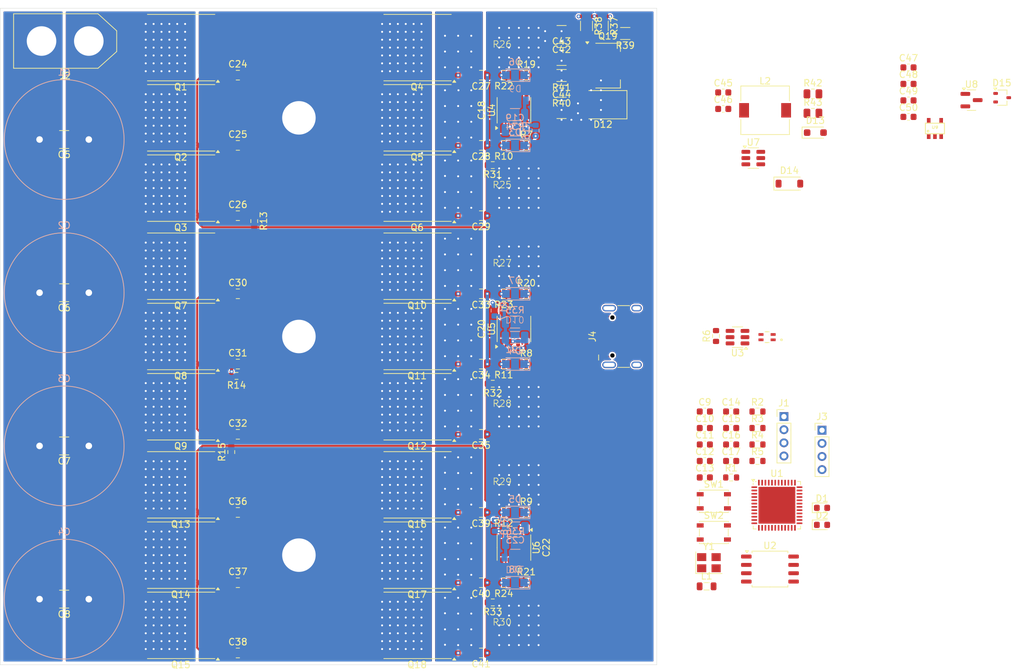
<source format=kicad_pcb>
(kicad_pcb (version 20240108) (generator "pcbnew") (generator_version "8.0")
  (layers (0 "F.Cu" signal) (1 "In1.Cu" signal) (2 "In2.Cu" signal) (31 "B.Cu" signal) (34 "B.Paste" user) (35 "F.Paste" user) (36 "B.SilkS" user "B.Silkscreen") (37 "F.SilkS" user "F.Silkscreen") (38 "B.Mask" user) (39 "F.Mask" user) (44 "Edge.Cuts" user))
  (net 0 "")
  (net 1 "+3V3")
  (net 2 "GND")
  (net 3 "+3.3VA")
  (net 4 "/NRST")
  (net 5 "/HSE_IN")
  (net 6 "Net-(U4-HB)")
  (net 7 "Net-(U5-HB)")
  (net 8 "Net-(U6-HB)")
  (net 9 "+12V")
  (net 10 "Net-(D1-A)")
  (net 11 "Net-(D2-A)")
  (net 12 "/STATUS")
  (net 13 "Net-(D6-K)")
  (net 14 "Net-(D7-K)")
  (net 15 "Net-(D8-K)")
  (net 16 "/USB/FL_P")
  (net 17 "/USB_DP")
  (net 18 "/USB/FL_N")
  (net 19 "/USB_DN")
  (net 20 "VPWR")
  (net 21 "/CTRL_SPI_MOSI")
  (net 22 "/CTRL_SPI_MISO")
  (net 23 "/CTRL_SPI_NCS")
  (net 24 "/CTRL_SPI_CLK")
  (net 25 "/JTAG_SWCLK")
  (net 26 "/JTAG_SWDIO")
  (net 27 "Net-(J4-CC1)")
  (net 28 "Net-(J4-D+-PadA6)")
  (net 31 "+5V")
  (net 36 "Net-(J4-D--PadA7)")
  (net 37 "/HSE_OUT")
  (net 38 "/BOOT0")
  (net 44 "Net-(U1-VSS-Pad23)")
  (net 85 "/FLASH_SPI_MOSI")
  (net 86 "/FLASH_SPI_NCS")
  (net 87 "/W25Q128_NRST")
  (net 88 "/FLASH_SPI_MISO")
  (net 89 "/W25Q128_NWP")
  (net 90 "/FLASH_SPI_CLK")
  (net 91 "/inverter stage/PHA")
  (net 92 "/inverter stage/PHB")
  (net 93 "/inverter stage/PHC")
  (net 94 "/inverter stage/A")
  (net 95 "/inverter stage/A_CSP")
  (net 96 "/inverter stage/B")
  (net 97 "/inverter stage/B_CSP")
  (net 98 "/inverter stage/C")
  (net 99 "/inverter stage/C_CSP")
  (net 100 "Net-(D3-K)")
  (net 101 "/inverter stage/HA")
  (net 102 "Net-(D4-K)")
  (net 103 "/inverter stage/HB")
  (net 104 "Net-(D5-K)")
  (net 105 "/inverter stage/HC")
  (net 106 "/inverter stage/LA")
  (net 107 "/inverter stage/LB")
  (net 108 "/inverter stage/LC")
  (net 109 "/inverter stage/HSA")
  (net 110 "/inverter stage/HSB")
  (net 111 "/inverter stage/HSC")
  (net 112 "/inverter stage/LSA")
  (net 113 "/inverter stage/LSB")
  (net 114 "/inverter stage/LSC")
  (net 115 "/inverter stage/A_HI")
  (net 116 "/inverter stage/A_LI")
  (net 117 "/inverter stage/B_LI")
  (net 118 "/inverter stage/B_HI")
  (net 119 "/inverter stage/C_LI")
  (net 120 "/inverter stage/C_HI")
  (net 121 "Net-(C17-Pad1)")
  (net 122 "Net-(U7-SW)")
  (net 123 "Net-(D13-K)")
  (net 124 "Net-(D13-A)")
  (net 126 "+43V")
  (net 127 "Net-(U8-VO)")
  (net 128 "Net-(U9-VOUT)")
  (net 129 "Net-(D12-K)")
  (net 130 "Net-(Q19-C)")
  (net 131 "Net-(Q19-E)")
  (net 132 "/power/a")
  (footprint "Marijn_KiCad:CSS2H-3920R-xxxx" (layer "F.Cu") (at 142.949999 89.42)
    (property "Reference" "R25")
    (property "Value" "500u")
  )
  (footprint "Capacitor_SMD:C_0805_2012Metric" (layer "F.Cu") (at 102.699999 72.22)
    (property "Reference" "C24")
    (property "Value" "3.3nF")
  )
  (footprint "LED_SMD:LED_0603_1608Metric" (layer "F.Cu") (at 191.669999 138.115)
    (property "Reference" "D1")
    (property "Value" "PWR")
  )
  (footprint "Capacitor_SMD:C_1210_3225Metric" (layer "F.Cu") (at 76.25 105.3534 180)
    (property "Reference" "C6")
    (property "Value" "2u2/100v")
  )
  (footprint "Capacitor_SMD:C_0805_2012Metric" (layer "F.Cu") (at 102.699999 105.52)
    (property "Reference" "C30")
    (property "Value" "3.3nF")
  )
  (footprint "Capacitor_SMD:C_0805_2012Metric" (layer "F.Cu") (at 139.749999 82.92 180)
    (property "Reference" "C28")
    (property "Value" "3.3nF")
  )
  (footprint "Capacitor_SMD:C_0805_2012Metric" (layer "F.Cu") (at 139.749999 149.52 180)
    (property "Reference" "C40")
    (property "Value" "3.3nF")
  )
  (footprint "Package_TO_SOT_SMD:Infineon_PG-HSOF-8-1_ThermalVias" (layer "F.Cu") (at 93.999999 134.62 180)
    (property "Reference" "Q13")
    (property "Value" "AOTL66912")
  )
  (footprint "Package_TO_SOT_SMD:SOT-223-3_TabPin2" (layer "F.Cu") (at 159.049999 70.77)
    (property "Reference" "Q19")
    (property "Value" "FZT853TA")
  )
  (footprint "Capacitor_SMD:C_0603_1608Metric" (layer "F.Cu") (at 141.249999 77.57 90)
    (property "Reference" "C18")
    (property "Value" "100n")
  )
  (footprint "Package_TO_SOT_SMD:Infineon_PG-HSOF-8-1_ThermalVias" (layer "F.Cu") (at 129.999999 134.62 180)
    (property "Reference" "Q16")
    (property "Value" "AOTL66912")
  )
  (footprint "Capacitor_SMD:C_1210_3225Metric" (layer "F.Cu") (at 151.999999 77.47)
    (property "Reference" "C44")
    (property "Value" "4u7/100v")
  )
  (footprint "Resistor_SMD:R_0805_2012Metric" (layer "F.Cu") (at 143.199999 149.52 180)
    (property "Reference" "R24")
    (property "Value" "10R")
  )
  (footprint "Marijn_KiCad:4mm_Banana_Jack_Vertical" (layer "F.Cu") (at 111.999999 145.32)
    (property "Reference" "J7" (hide yes))
    (property "Value" "~")
  )
  (footprint "Capacitor_SMD:C_0603_1608Metric" (layer "F.Cu") (at 177.829999 128.47)
    (property "Reference" "C16")
    (property "Value" "12p")
  )
  (footprint "Marijn_KiCad:CSS2H-3920R-xxxx" (layer "F.Cu") (at 142.949999 68.02)
    (property "Reference" "R26")
    (property "Value" "500u")
  )
  (footprint "Resistor_SMD:R_0805_2012Metric" (layer "F.Cu") (at 146.624999 149.52)
    (property "Reference" "R21")
    (property "Value" "10R")
  )
  (footprint "Connector_USB:USB_C_Receptacle_HCTL_HC-TYPE-C-16P-01A" (layer "F.Cu") (at 162.349999 112.02 90)
    (property "Reference" "J4")
    (property "Value" "USB-C 16P")
  )
  (footprint "Inductor_SMD:L_0805_2012Metric" (layer "F.Cu") (at 174.089999 150.07)
    (property "Reference" "L1")
    (property "Value" "10u")
  )
  (footprint "Package_TO_SOT_SMD:Infineon_PG-HSOF-8-1_ThermalVias" (layer "F.Cu") (at 93.999999 101.32 180)
    (property "Reference" "Q7")
    (property "Value" "AOTL66912")
  )
  (footprint "Package_TO_SOT_SMD:Infineon_PG-HSOF-8-1_ThermalVias" (layer "F.Cu") (at 93.999999 156.02 180)
    (property "Reference" "Q15")
    (property "Value" "AOTL66912")
  )
  (footprint "Resistor_SMD:R_0805_2012Metric" (layer "F.Cu") (at 146.624999 105.52)
    (property "Reference" "R20")
    (property "Value" "10R")
  )
  (footprint "Capacitor_SMD:C_0805_2012Metric" (layer "F.Cu") (at 139.749999 105.52 180)
    (property "Reference" "C33")
    (property "Value" "3.3nF")
  )
  (footprint "Capacitor_SMD:C_1210_3225Metric" (layer "F.Cu") (at 76.25 82.02 180)
    (property "Reference" "C5")
    (property "Value" "2u2/100v")
  )
  (footprint "Resistor_SMD:R_0603_1608Metric" (layer "F.Cu") (at 177.829999 133.49)
    (property "Reference" "R1")
    (property "Value" "5k1")
  )
  (footprint "Capacitor_SMD:C_0805_2012Metric" (layer "F.Cu") (at 102.699999 138.82)
    (property "Reference" "C36")
    (property "Value" "3.3nF")
  )
  (footprint "Capacitor_SMD:C_1210_3225Metric" (layer "F.Cu") (at 76.25 128.6866 180)
    (property "Reference" "C7")
    (property "Value" "2u2/100v")
  )
  (footprint "Connector_AMASS:AMASS_XT60-F_1x02_P7.20mm_Vertical" (layer "F.Cu") (at 79.999999 67.02 180)
    (property "Reference" "J2")
    (property "Value" "POWER")
  )
  (footprint "Resistor_SMD:R_0603_1608Metric" (layer "F.Cu") (at 102.499999 118.02 180)
    (property "Reference" "R14")
    (property "Value" "47R")
  )
  (footprint "Resistor_SMD:R_1206_3216Metric" (layer "F.Cu") (at 155.799999 64.72 -90)
    (property "Reference" "R38")
    (property "Value" "3r3")
  )
  (footprint "Resistor_SMD:R_0805_2012Metric" (layer "F.Cu") (at 143.199999 138.82 180)
    (property "Reference" "R12")
    (property "Value" "10R")
  )
  (footprint "Package_TO_SOT_SMD:Infineon_PG-HSOF-8-1_ThermalVias" (layer "F.Cu") (at 93.999999 112.02 180)
    (property "Reference" "Q8")
    (property "Value" "AOTL66912")
  )
  (footprint "Package_TO_SOT_SMD:Infineon_PG-HSOF-8-1_ThermalVias" (layer "F.Cu") (at 129.999999 145.32 180)
    (property "Reference" "Q17")
    (property "Value" "AOTL66912")
  )
  (footprint "Capacitor_SMD:C_0805_2012Metric" (layer "F.Cu") (at 102.699999 93.62)
    (property "Reference" "C26")
    (property "Value" "3.3nF")
  )
  (footprint "Marijn_KiCad:CSS2H-3920R-xxxx" (layer "F.Cu") (at 142.949999 134.62)
    (property "Reference" "R29")
    (property "Value" "500u")
  )
  (footprint "Resistor_SMD:R_0603_1608Metric" (layer "F.Cu") (at 105.199999 94.445 -90)
    (property "Reference" "R13")
    (property "Value" "47R")
  )
  (footprint "Capacitor_SMD:C_0805_2012Metric" (layer "F.Cu") (at 102.699999 160.22)
    (property "Reference" "C38")
    (property "Value" "3.3nF")
  )
  (footprint "Capacitor_SMD:C_0805_2012Metric" (layer "F.Cu") (at 139.749999 138.82 180)
    (property "Reference" "C39")
    (property "Value" "3.3nF")
  )
  (footprint "Capacitor_SMD:C_0603_1608Metric" (layer "F.Cu") (at 173.819999 125.96)
    (property "Reference" "C10")
    (property "Value" "100n")
  )
  (footprint "Resistor_SMD:R_0805_2012Metric" (layer "F.Cu") (at 146.624999 116.22)
    (property "Reference" "R8")
    (property "Value" "10R")
  )
  (footprint "Capacitor_SMD:C_0603_1608Metric" (layer "F.Cu") (at 177.829999 123.45)
    (property "Reference" "C14")
    (property "Value" "100n")
  )
  (footprint "Capacitor_SMD:C_0805_2012Metric" (layer "F.Cu") (at 139.749999 126.92 180)
    (property "Reference" "C35")
    (property "Value" "3.3nF")
  )
  (footprint "Package_TO_SOT_SMD:SOT-23-6" (layer "F.Cu") (at 181.204999 84.845)
    (property "Reference" "U7")
    (property "Value" "MCP16331x-xCH")
  )
  (footprint "Package_SO:SOIC-8_5.23x5.23mm_P1.27mm" (layer "F.Cu") (at 183.739999 147.44)
    (property "Reference" "U2")
    (property "Value" "W25Q128JVS")
  )
  (footprint "Resistor_SMD:R_0805_2012Metric" (layer "F.Cu") (at 190.284999 78.02)
    (property "Reference" "R43")
    (property "Value" "10k")
  )
  (footprint "Crystal:Crystal_SMD_3225-4Pin_3.2x2.5mm" (layer "F.Cu") (at 174.439999 146.47)
    (property "Reference" "Y1")
    (property "Value" "25MHz")
  )
  (footprint "Resistor_SMD:R_1206_3216Metric" (layer "F.Cu") (at 151.999999 74.67 180)
    (property "Reference" "R40")
    (property "Value" "3r3")
  )
  (footprint "Capacitor_SMD:C_0805_2012Metric" (layer "F.Cu") (at 102.699999 149.52)
    (property "Reference" "C37")
    (property "Value" "3.3nF")
  )
  (footprint "Capacitor_SMD:C_0603_1608Metric" (layer "F.Cu") (at 173.819999 133.49)
    (property "Reference" "C13")
    (property "Value" "4u7")
  )
  (footprint "Resistor_SMD:R_0603_1608Metric" (layer "F.Cu") (at 175.524999 111.945001 90)
    (property "Reference" "R6")
    (property "Value" "5k1")
  )
  (footprint "Button_Switch_SMD:SW_SPST_PTS810" (layer "F.Cu") (at 175.189999 137.12)
    (property "Reference" "SW1")
    (property "Value" "BTN")
  )
  (footprint "Resistor_SMD:R_0603_1608Metric" (layer "F.Cu") (at 181.839999 128.47)
    (property "Reference" "R4")
    (property "Value" "47")
  )
  (footprint "LED_SMD:LED_0603_1608Metric" (layer "F.Cu") (at 191.669999 140.705)
    (property "Reference" "D2")
    (property "Value" "STATUS")
  )
  (footprint "Resistor_SMD:R_0603_1608Metric" (layer "F.Cu") (at 101.699999 129.62 90)
    (property "Reference" "R15")
    (property "Value" "47R")
  )
  (footprint "Capacitor_SMD:C_0603_1608Metric" (layer "F.Cu") (at 148.249999 144.17 -90)
    (property "Reference" "C22")
    (property "Value" "100n")
  )
  (footprint "Package_TO_SOT_SMD:Infineon_PG-HSOF-8-1_ThermalVias" (layer "F.Cu") (at 129.999999 156.02 180)
    (property "Reference" "Q18")
    (property "Value" "AOTL66912")
  )
  (footprint "Package_TO_SOT_SMD:SOT-323_SC-70" (layer "F.Cu") (at 219.107499 75.65)
    (property "Reference" "D15")
    (property "Value" "BAT54AW")
  )
  (footprint "Capacitor_SMD:C_0603_1608Metric" (layer "F.Cu") (at 141.249999 110.87 90)
    (property "Reference" "C20")
    (property "Value" "100n")
  )
  (footprint "Capacitor_SMD:C_1210_3225Metric" (layer "F.Cu") (at 151.999999 66.02 180)
    (property "Reference" "C42")
    (property "Value" "2u2/100v")
  )
  (footprint "Marijn_KiCad:4mm_Banana_Jack_Vertical" (layer "F.Cu") (at 111.999999 78.72)
    (property "Reference" "J5" (hide yes))
    (property "Value" "~")
  )
  (footprint "Capacitor_SMD:C_0805_2012Metric" (layer "F.Cu") (at 102.699999 116.22)
    (property "Reference" "C31")
    (property "Value" "3.3nF")
  )
  (footprint "Package_TO_SOT_SMD:Infineon_PG-HSOF-8-1_ThermalVias" (layer "F.Cu") (at 93.999999 122.72 180)
    (property "Reference" "Q9")
    (property "Value" "AOTL66912")
  )
  (footprint "Marijn_KiCad:CSS2H-3920R-xxxx" (layer "F.Cu") (at 142.949999 101.32)
    (property "Reference" "R27")
    (property "Value" "500u")
  )
  (footprint "Diode_SMD:D_SOD-323_HandSoldering" (layer "F.Cu") (at 190.649999 80.97)
    (property "Reference" "D13")
    (property "Value" "1N4148WS")
  )
  (footprint "Package_SO:SOIC-8_3.9x4.9mm_P1.27mm" (layer "F.Cu") (at 144.749999 110.87 90)
    (property "Reference" "U5")
    (property "Value" "~")
  )
  (footprint "Capacitor_SMD:C_0805_2012Metric" (layer "F.Cu") (at 139.749999 160.22 180)
    (property "Reference" "C41")
    (property "Value" "3.3nF")
  )
  (footprint "Capacitor_SMD:C_0805_2012Metric" (layer "F.Cu") (at 139.749999 116.22 180)
    (property "Reference" "C34")
    (property "Value" "3.3nF")
  )
  (footprint "Package_SO:SOIC-8_3.9x4.9mm_P1.27mm" (layer "F.Cu") (at 144.749999 77.57 90)
    (property "Reference" "U4")
    (property "Value" "~")
  )
  (footprint "Custom:SOT-25" (layer "F.Cu") (at 208.867499 80.34)
    (property "Reference" "U9")
    (property "Value" "~" (hide yes))
  )
  (footprint "Marijn_KiCad:CSS2H-3920R-xxxx" (layer "F.Cu") (at 142.949999 122.72)
    (property "Reference" "R28")
    (property "Value" "500u")
  )
  (footprint "Capacitor_SMD:C_1210_3225Metric" (layer "F.Cu") (at 76.25 152.02 180)
    (property "Reference" "C8")
    (property "Value" "2u2/100v")
  )
  (footprint "Inductor_SMD:L_7.3x7.3_H4.5" (layer "F.Cu") (at 182.999999 77.57)
    (property "Reference" "L2")
    (property "Value" "56u")
  )
  (footprint "Capacitor_SMD:C_0603_1608Metric" (layer "F.Cu") (at 176.624999 74.85)
    (property "Reference" "C45")
    (property "Value" "100n")
  )
  (footprint "Resistor_SMD:R_0805_2012Metric" (layer "F.Cu") (at 146.624999 72.22)
    (property "Reference" "R19")
    (property "Value" "10R")
  )
  (footprint "Capacitor_SMD:C_0603_1608Metric" (layer "F.Cu") (at 177.829999 130.98)
    (property "Reference" "C17")
    (property "Value" "12p")
  )
  (footprint "Diode_SMD:D_SOD-123" (layer "F.Cu") (at 186.699999 88.74)
    (property "Reference" "D14")
    (property "Value" "MMSZ7V5T1G")
  )
  (footprint "Resistor_SMD:R_0603_1608Metric" (layer "F.Cu") (at 181.839999 125.96)
    (property "Reference" "R3")
    (property "Value" "10k")
  )
  (footprint "Capacitor_SMD:C_0603_1608Metric" (layer "F.Cu") (at 204.837499 73.555)
    (property "Reference" "C48")
    (property "Value" "4u7")
  )
  (footprint "Diode_SMD:D_SMB" (layer "F.Cu") (at 158.299999 76.72 180)
    (property "Reference" "D12")
    (property "Value" "BZG03C43-HM3-08")
  )
  (footprint "Package_TO_SOT_SMD:SOT-23" (layer "F.Cu") (at 214.437499 76.02)
    (property "Reference" "U8")
    (property "Value" "MCP1754S-3302xCB")
  )
  (footprint "Resistor_SMD:R_1206_3216Metric" (layer "F.Cu") (at 158.199999 64.72 -90)
    (property "Reference" "R37")
    (property "Value" "3r3")
  )
  (footprint "Resistor_SMD:R_0805_2012Metric" (layer "F.Cu") (at 190.284999 75.07)
    (property "Reference" "R42")
    (property "Value" "140k")
  )
  (footprint "Package_TO_SOT_SMD:Infineon_PG-HSOF-8-1_ThermalVias" (layer "F.Cu") (at 93.999999 78.72 180)
    (property "Reference" "Q2")
    (property "Value" "AOTL66912")
  )
  (footprint "Resistor_SMD:R_0805_2012Metric" (layer "F.Cu") (at 143.199999 105.52 180)
    (property "Reference" "R23")
    (property "Value" "10R")
  )
  (footprint "Package_TO_SOT_SMD:Infineon_PG-HSOF-8-1_ThermalVias" (layer "F.Cu") (at 129.999999 101.32 180)
    (property "Reference" "Q10")
    (property "Value" "AOTL66912")
  )
  (footprint "Package_SO:SOIC-8_3.9x4.9mm_P1.27mm" (layer "F.Cu") (at 144.749999 144.17 -90)
    (property "Reference" "U6")
    (property "Value" "~")
  )
  (footprint "Resistor_SMD:R_0603_1608Metric" (layer "F.Cu") (at 181.839999 130.98)
    (property "Reference" "R5")
    (property "Value" "10k")
  )
  (footprint "Resistor_SMD:R_0603_1608Metric" (layer "F.Cu") (at 141.524999 152.52 180)
    (property "Reference" "R33")
    (property "Value" "47R")
  )
  (footprint "Marijn_KiCad:4mm_Banana_Jack_Vertical" (layer "F.Cu") (at 111.999999 112.02)
    (property "Reference" "J6" (hide yes))
    (property "Value" "~")
  )
  (footprint "Resistor_SMD:R_0805_2012Metric" (layer "F.Cu") (at 143.199999 82.92 180)
    (property "Reference" "R10")
    (property "Value" "10R")
  )
  (footprint "Resistor_SMD:R_0805_2012Metric" (layer "F.Cu") (at 143.199999 116.22 180)
    (property "Reference" "R11")
    (property "Value" "10R")
  )
  (footprint "Capacitor_SMD:C_0603_1608Metric" (layer "F.Cu") (at 173.819999 128.47)
    (property "Reference" "C11")
    (property "Value" "100n")
  )
  (footprint "Package_TO_SOT_SMD:Infineon_PG-HSOF-8-1_ThermalVias" (layer "F.Cu") (at 129.999999 89.42 180)
    (property "Reference" "Q6")
    (property "Value" "AOTL66912")
  )
  (footprint "Capacitor_SMD:C_0805_2012Metric" (layer "F.Cu") (at 102.699999 126.92)
    (property "Reference" "C32")
    (property "Value" "3.3nF")
  )
  (footprint "Capacitor_SMD:C_0603_1608Metric" (layer "F.Cu") (at 173.819999 130.98)
    (property "Reference" "C12")
    (property "Value" "100n")
  )
  (footprint "Capacitor_SMD:C_0603_1608Metric" (layer "F.Cu") (at 177.829999 125.96)
    (property "Reference" "C15")
    (property "Value" "100n")
  )
  (footprint "Package_TO_SOT_SMD:Infineon_PG-HSOF-8-1_ThermalVias" (layer "F.Cu") (at 93.999999 89.42 180)
    (property "Reference" "Q3")
    (property "Value" "AOTL66912")
  )
  (footprint "Resistor_SMD:R_0805_2012Metric" (layer "F.Cu") (at 146.624999 138.82)
    (property "Reference" "R9")
    (property "Value" "10R")
  )
  (footprint "Resistor_SMD:R_0603_1608Metric" (layer "F.Cu") (at 181.839999 123.45)
    (property "Reference" "R2")
    (property "Value" "1k")
  )
  (footprint "Package_DFN_QFN:QFN-48-1EP_7x7mm_P0.5mm_EP5.6x5.6mm" (layer "F.Cu") (at 184.799999 137.72)
    (property "Reference" "U1")
    (property "Value" "STM32F412CEUx")
  )
  (footprint "Button_Switch_SMD:SW_SPST_PTS810" (layer "F.Cu") (at 175.189999 141.87)
    (property "Reference" "SW2")
    (property "Value" "BTN")
  )
  (footprint "Capacitor_SMD:C_0603_1608Metric" (layer "F.Cu") (at 204.837499 76.065)
    (property "Reference" "C49")
    (property "Value" "1u")
  )
  (footprint "Capacitor_SMD:C_0603_1608Metric" (layer "F.Cu") (at 173.819999 123.45)
    (property "Reference" "C9")
    (property "Value" "100n")
  )
  (footprint "Resistor_SMD:R_1206_3216Metric" (layer "F.Cu") (at 151.999999 72.27 180)
    (property "Reference" "R41")
    (property "Value" "3r3")
  )
  (footprint "Capacitor_SMD:C_0603_1608Metric" (layer "F.Cu") (at 204.837499 71.045)
    (property "Reference" "C47")
    (property "Value" "1u")
  )
  (footprint "Capacitor_SMD:C_0805_2012Metric" (layer "F.Cu") (at 102.699999 82.92)
    (property "Reference" "C25")
    (property "Value" "3.3nF")
  )
  (footprint "Connector_PinHeader_2.00mm:PinHeader_1x04_P2.00mm_Vertical" (layer "F.Cu") (at 191.669999 126.295)
    (property "Reference" "J3")
    (property "Value" "JTAG")
  )
  (footprint "Resistor_SMD:R_0603_1608Metric" (layer "F.Cu") (at 141.524999 85.92 180)
    (property "Reference" "R31")
    (property "Value" "47R")
  )
  (footprint "Package_TO_SOT_SMD:Infineon_PG-HSOF-8-1_ThermalVias" (layer "F.Cu") (at 129.999999 122.72 180)
    (property "Reference" "Q12")
    (property "Value" "AOTL66912")
  )
  (footprint "Capacitor_SMD:C_0603_1608Metric" (layer "F.Cu") (at 204.837499 78.575)
    (property "Reference" "C50")
    (property "Value" "1u")
  )
  (footprint "Capacitor_SMD:C_0805_2012Metric" (layer "F.Cu") (at 139.749999 72.22 180)
    (property "Reference" "C27")
    (property "Value" "3.3nF")
  )
  (footprint "Package_TO_SOT_SMD:SOT-23-6" (layer "F.Cu") (at 178.799999 112.12 180)
    (property "Reference" "U3")
    (property "Value" "USBLC6-2SC6")
  )
  (footprint "Resistor_SMD:R_0603_1608Metric" (layer "F.Cu") (at 141.524999 119.215 180)
    (property "Reference" "R32")
    (property "Value" "47R")
  )
  (footprint "Package_TO_SOT_SMD:Infineon_PG-HSOF-8-1_ThermalVias" (layer "F.Cu") (at 93.999999 68.02 180)
    (property "Reference" "Q1")
    (property "Value" "AOTL66912")
  )
  (footprint "Capacitor_SMD:C_1210_3225Metric" (layer "F.Cu") (at 151.999999 69.37)
    (property "Reference" "C43")
    (property "Value" "4u7/100v")
  )
  (footprint "Package_TO_SOT_SMD:Infineon_PG-HSOF-8-1_ThermalVias" (layer "F.Cu") (at 129.999999 78.72 180)
    (property "Reference" "Q5")
    (property "Value" "AOTL66912")
  )
  (footprint "Package_TO_SOT_SMD:Infineon_PG-HSOF-8-1_ThermalVias" (layer "F.Cu") (at 129.999999 68.02 180)
    (property "Reference" "Q4")
    (property "Value" "AOTL66912")
  )
  (footprint "Marijn_KiCad:CSS2H-3920R-xxxx" (layer "F.Cu") (at 142.949999 156.02)
    (property "Reference" "R30")
    (property "Value" "500u")
  )
  (footprint "Marijn_KiCad:ACM2012_900_2P_T002_Correct" (layer "F.Cu") (at 183.299999 112.12 180)
    (property "Reference" "FL1" (hide yes))
    (property "Value" "TDK ACM2012-900" (hide yes))
  )
  (footprint "Resistor_SMD:R_0805_2012Metric" (layer "F.Cu") (at 143.199999 72.22 180)
    (property "Reference" "R22")
    (property "Value" "10R")
  )
  (footprint "Capacitor_SMD:C_0805_2012Metric" (layer "F.Cu") (at 139.749999 93.62 180)
    (property "Reference" "C29")
    (property "Value" "3.3nF")
  )
  (footprint "Package_TO_SOT_SMD:Infineon_PG-HSOF-8-1_ThermalVias" (layer "F.Cu") (at 93.999999 145.32 180)
    (property "Reference" "Q14")
    (property "Value" "AOTL66912")
  )
  (footprint "Connector_PinHeader_2.00mm:PinHeader_1x04_P2.00mm_Vertical" (layer "F.Cu") (at 185.869999 124.22)
    (property "Reference" "J1")
    (property "Value" "CTRL")
  )
  (footprint "Resistor_SMD:R_0805_2012Metric" (layer "F.Cu") (at 146.637499 82.92)
    (property "Reference" "R7")
    (property "Value" "10R")
  )
  (footprint "Resistor_SMD:R_1206_3216Metric" (layer "F.Cu") (at 161.699999 65.87 180)
    (property "Reference" "R39")
    (property "Value" "2k2")
  )
  (footprint "Capacitor_SMD:C_0603_1608Metric" (layer "F.Cu") (at 176.624999 77.36)
    (property "Reference" "C46")
    (property "Value" "22u")
  )
  (footprint "Package_TO_SOT_SMD:Infineon_PG-HSOF-8-1_ThermalVias" (layer "F.Cu") (at 129.999999 112.02 180)
    (property "Reference" "Q11")
    (property "Value" "AOTL66912")
  )
  (footprint "Diode_SMD:Nexperia_CFP3_SOD-123W" (layer "B.Cu") (at 144.912499 82.92 180)
    (property "Reference" "D3")
    (property "Value" "PMEG6010ER,115")
  )
  (footprint "Marijn_KiCad:SOD-123FL" (layer "B.Cu") (at 144.912499 107.67)
    (property "Reference" "D10")
    (property "Value" "SL110PL")
  )
  (footprint "Capacitor_SMD:C_1206_3216Metric" (layer "B.Cu") (at 144.949999 141.17)
    (property "Reference" "C23")
    (property "Value" "4u7/25V")
  )
  (footprint "Diode_SMD:Nexperia_CFP3_SOD-123W" (layer "B.Cu") (at 144.912499 116.22 180)
    (property "Reference" "D4")
    (property "Value" "PMEG6010ER,115")
  )
  (footprint "Capacitor_THT:C_Radial_D18.0mm_H35.5mm_P7.50mm" (layer "B.Cu") (at 79.999999 128.6866 180)
    (property "Reference" "C3")
    (property "Value" "820u/100v")
  )
  (footprint "Capacitor_THT:C_Radial_D18.0mm_H35.5mm_P7.50mm" (layer "B.Cu") (at 79.999999 82.02 180)
    (property "Reference" "C1")
    (property "Value" "820u/100v")
  )
  (footprint "Capacitor_THT:C_Radial_D18.0mm_H35.5mm_P7.50mm" (layer "B.Cu") (at 79.999999 105.3534 180)
    (property "Reference" "C2")
    (property "Value" "820u/100v")
  )
  (footprint "Resistor_SMD:R_1206_3216Metric" (layer "B.Cu") (at 144.912499 109.82 180)
    (property "Reference" "R35")
    (property "Value" "33k")
  )
  (footprint "Marijn_KiCad:SK_92-50_SA" (layer "B.Cu") (at 111.999999 112.02 90)
    (property "Reference" "HS1")
    (property "Value" "SK_92/50_SA")
  )
  (footprint "Diode_SMD:Nexperia_CFP3_SOD-123W" (layer "B.Cu") (at 144.912499 138.82 180)
    (property "Reference" "D5")
    (property "Value" "PMEG6010ER,115")
  )
  (footprint "Resistor_SMD:R_0603_1608Metric" (layer "B.Cu") (at 148.049999 80.67 -90)
    (property "Reference" "R16")
    (property "Value" "2R2")
  )
  (footprint "Diode_SMD:Nexperia_CFP3_SOD-123W" (layer "B.Cu") (at 144.912499 105.52 180)
    (property "Reference" "D7")
    (property "Value" "PMEG6010ER,115")
  )
  (footprint "Marijn_KiCad:SOD-123FL" (layer "B.Cu") (at 144.912499 76.07 180)
    (property "Reference" "D9")
    (property "Value" "SL110PL")
  )
  (footprint "Capacitor_SMD:C_1206_3216Metric" (layer "B.Cu") (at 144.912499 112.17)
    (property "Reference" "C21")
    (property "Value" "4u7/25V")
  )
  (footprint "Resistor_SMD:R_1206_3216Metric" (layer "B.Cu") (at 144.912499 78.22)
    (property "Reference" "R34")
    (property "Value" "33k")
  )
  (footprint "Marijn_KiCad:SOD-123FL" (layer "B.Cu") (at 144.949999 145.693817)
    (property "Reference" "D11")
    (property "Value" "SL110PL")
  )
  (footprint "Capacitor_SMD:C_1206_3216Metric" (layer "B.Cu") (at 144.912499 80.57 180)
    (property "Reference" "C19")
    (property "Value" "4u7/25V")
  )
  (footprint "Resistor_SMD:R_0603_1608Metric" (layer "B.Cu") (at 141.799999 108.07 90)
    (property "Reference" "R17")
    (property "Value" "2R2")
  )
  (footprint "Diode_SMD:Nexperia_CFP3_SOD-123W" (layer "B.Cu") (at 144.912499 149.52 180)
    (property "Reference" "D8")
    (property "Value" "PMEG6010ER,115")
  )
  (footprint "Capacitor_THT:C_Radial_D18.0mm_H35.5mm_P7.50mm" (layer "B.Cu") (at 79.999999 152.02 180)
    (property "Reference" "C4")
    (property "Value" "820u/100v")
  )
  (footprint "Resistor_SMD:R_1206_3216Metric" (layer "B.Cu") (at 144.949999 143.52 180)
    (property "Reference" "R36")
    (property "Value" "33k")
  )
  (footprint "Resistor_SMD:R_0603_1608Metric" (layer "B.Cu") (at 141.849999 140.845 90)
    (property "Reference" "R18")
    (property "Value" "2R2")
  )
  (footprint "Diode_SMD:Nexperia_CFP3_SOD-123W" (layer "B.Cu") (at 144.912499 72.22 180)
    (property "Reference" "D6")
    (property "Value" "PMEG6010ER,115")
  )
  (gr_line (start 166.499999 162.02) (end 166.499999 62.02) (stroke (width 0.05)) (layer "Edge.Cuts"))
  (gr_line (start 166.499999 62.02) (end 66.499999 62.02) (stroke (width 0.05)) (layer "Edge.Cuts"))
  (gr_line (start 66.499999 162.02) (end 166.499999 162.02) (stroke (width 0.05)) (layer "Edge.Cuts"))
  (gr_line (start 66.499999 62.02) (end 66.499999 162.02) (stroke (width 0.05)) (layer "Edge.Cuts"))
  (segment (start 148.249999 144.945) (end 146.527315 144.945) (width 0.5) (layer "F.Cu") (net 2))
  (segment (start 146.527315 144.945) (end 145.384999 146.087316) (width 0.5) (layer "F.Cu") (net 2))
  (segment (start 141.249999 110.095) (end 143.389998 110.095) (width 0.5) (layer "F.Cu") (net 2))
  (segment (start 144.114999 109.369999) (end 144.114999 108.395) (width 0.5) (layer "F.Cu") (net 2))
  (segment (start 144.114999 76.069999) (end 144.114999 75.095) (width 0.5) (layer "F.Cu") (net 2))
  (segment (start 141.249999 76.795) (end 143.389998 76.795) (width 0.5) (layer "F.Cu") (net 2))
  (segment (start 143.389998 110.095) (end 144.114999 109.369999) (width 0.5) (layer "F.Cu") (net 2))
  (segment (start 143.389998 76.795) (end 144.114999 76.069999) (width 0.5) (layer "F.Cu") (net 2))
  (segment (start 145.384999 146.087316) (end 145.384999 146.645) (width 0.5) (layer "F.Cu") (net 2))
  (via (at 145.499999 119.72) (size 0.6) (drill 0.3) (layers "F.Cu" "B.Cu") (net 2))
  (via (at 143.999999 137.62) (size 0.6) (drill 0.3) (layers "F.Cu" "B.Cu") (net 2))
  (via (at 151.999999 71.52) (size 0.6) (drill 0.3) (layers "F.Cu" "B.Cu") (net 2))
  (via (at 143.999999 153.02) (size 0.6) (drill 0.3) (layers "F.Cu" "B.Cu") (net 2))
  (via (at 148.499999 153.02) (size 0.6) (drill 0.3) (layers "F.Cu" "B.Cu") (net 2))
  (via (at 146.999999 133.12) (size 0.6) (drill 0.3) (layers "F.Cu" "B.Cu") (net 2))
  (via (at 142.499999 86.42) (size 0.6) (drill 0.3) (layers "F.Cu" "B.Cu") (net 2))
  (via (at 151.999999 79.02) (size 0.6) (drill 0.3) (layers "F.Cu" "B.Cu") (net 2))
  (via (at 148.499999 86.42) (size 0.6) (drill 0.3) (layers "F.Cu" "B.Cu") (net 2))
  (via (at 142.499999 90.92) (size 0.6) (drill 0.3) (layers "F.Cu" "B.Cu") (net 2))
  (via (at 145.499999 98.32) (size 0.6) (drill 0.3) (layers "F.Cu" "B.Cu") (net 2))
  (via (at 145.499999 133.12) (size 0.6) (drill 0.3) (layers "F.Cu" "B.Cu") (net 2))
  (via (at 157.999999 73.02) (size 0.6) (drill 0.3) (layers "F.Cu" "B.Cu") (net 2))
  (via (at 148.499999 71.02) (size 0.6) (drill 0.3) (layers "F.Cu" "B.Cu") (net 2))
  (via (at 156.499999 74.52) (size 0.6) (drill 0.3) (layers "F.Cu" "B.Cu") (net 2))
  (via (at 142.499999 124.22) (size 0.6) (drill 0.3) (layers "F.Cu" "B.Cu") (net 2))
  (via (at 142.499999 119.72) (size 0.6) (drill 0.3) (layers "F.Cu" "B.Cu") (net 2))
  (via (at 145.499999 122.72) (size 0.6) (drill 0.3) (layers "F.Cu" "B.Cu") (net 2))
  (via (at 143.999999 89.42) (size 0.6) (drill 0.3) (layers "F.Cu" "B.Cu") (net 2))
  (via (at 148.499999 89.42) (size 0.6) (drill 0.3) (layers "F.Cu" "B.Cu") (net 2))
  (via (at 149.499999 65.52) (size 0.6) (drill 0.3) (layers "F.Cu" "B.Cu") (net 2))
  (via (at 143.999999 125.72) (size 0.6) (drill 0.3) (layers "F.Cu" "B.Cu") (net 2))
  (via (at 148.499999 90.92) (size 0.6) (drill 0.3) (layers "F.Cu" "B.Cu") (net 2))
  (via (at 143.999999 71.02) (size 0.6) (drill 0.3) (layers "F.Cu" "B.Cu") (net 2))
  (via (at 145.499999 101.32) (size 0.6) (drill 0.3) (layers "F.Cu" "B.Cu") (net 2))
  (via (at 149.499999 67.02) (size 0.6) (drill 0.3) (layers "F.Cu" "B.Cu") (net 2))
  (via (at 143.999999 101.32) (size 0.6) (drill 0.3) (layers "F.Cu" "B.Cu") (net 2))
  (via (at 142.499999 92.42) (size 0.6) (drill 0.3) (layers "F.Cu" "B.Cu") (net 2))
  (via (at 142.499999 65.02) (size 0.6) (drill 0.3) (layers "F.Cu" "B.Cu") (net 2))
  (via (at 148.499999 69.52) (size 0.6) (drill 0.3) (layers "F.Cu" "B.Cu") (net 2))
  (via (at 142.499999 136.12) (size 0.6) (drill 0.3) (layers "F.Cu" "B.Cu") (net 2))
  (via (at 143.999999 131.62) (size 0.6) (drill 0.3) (layers "F.Cu" "B.Cu") (net 2))
  (via (at 148.499999 66.52) (size 0.6) (drill 0.3) (layers "F.Cu" "B.Cu") (net 2))
  (via (at 143.999999 154.52) (size 0.6) (drill 0.3) (layers "F.Cu" "B.Cu") (net 2))
  (via (at 145.499999 156.02) (size 0.6) (drill 0.3) (layers "F.Cu" "B.Cu") (net 2))
  (via (at 157.999999 79.02) (size 0.6) (drill 0.3) (layers "F.Cu" "B.Cu") (net 2))
  (via (at 148.499999 134.62) (size 0.6) (drill 0.3) (layers "F.Cu" "B.Cu") (net 2))
  (via (at 148.499999 104.32) (size 0.6) (drill 0.3) (layers "F.Cu" "B.Cu") (net 2))
  (via (at 146.999999 89.42) (size 0.6) (drill 0.3) (layers "F.Cu" "B.Cu") (net 2))
  (via (at 148.499999 119.72) (size 0.6) (drill 0.3) (layers "F.Cu" "B.Cu") (net 2))
  (via (at 146.999999 86.42) (size 0.6) (drill 0.3) (layers "F.Cu" "B.Cu") (net 2))
  (via (at 146.999999 104.32) (size 0.6) (drill 0.3) (layers "F.Cu" "B.Cu") (net 2))
  (via (at 148.499999 137.62) (size 0.6) (drill 0.3) (layers "F.Cu" "B.Cu") (net 2))
  (via (at 145.499999 87.92) (size 0.6) (drill 0.3) (layers "F.Cu" "B.Cu") (net 2))
  (via (at 146.999999 154.52) (size 0.6) (drill 0.3) (layers "F.Cu" "B.Cu") (net 2))
  (via (at 143.999999 159.02) (size 0.6) (drill 0.3) (layers "F.Cu" "B.Cu") (net 2))
  (via (at 148.499999 122.72) (size 0.6) (drill 0.3) (layers "F.Cu" "B.Cu") (net 2))
  (via (at 146.999999 124.22) (size 0.6) (drill 0.3) (layers "F.Cu" "B.Cu") (net 2))
  (via (at 142.499999 66.52) (size 0.6) (drill 0.3) (layers "F.Cu" "B.Cu") (net 2))
  (via (at 145.499999 102.82) (size 0.6) (drill 0.3) (layers "F.Cu" "B.Cu") (net 2))
  (via (at 151.999999 67.02) (size 0.6) (drill 0.3) (layers "F.Cu" "B.Cu") (net 2))
  (via (at 145.499999 90.92) (size 0.6) (drill 0.3) (layers "F.Cu" "B.Cu") (net 2))
  (via (at 148.499999 121.22) (size 0.6) (drill 0.3) (layers "F.Cu" "B.Cu") (net 2))
  (via (at 148.499999 87.92) (size 0.6) (drill 0.3) (layers "F.Cu" "B.Cu") (net 2))
  (via (at 143.999999 92.42) (size 0.6) (drill 0.3) (layers "F.Cu" "B.Cu") (net 2))
  (via (at 145.499999 71.02) (size 0.6) (drill 0.3) (layers "F.Cu" "B.Cu") (net 2))
  (via (at 146.999999 66.52) (size 0.6) (drill 0.3) (layers "F.Cu" "B.Cu") (net 2))
  (via (at 148.499999 92.42) (size 0.6) (drill 0.3) (layers "F.Cu" "B.Cu") (net 2))
  (via (at 146.999999 101.32) (size 0.6) (drill 0.3) (layers "F.Cu" "B.Cu") (net 2))
  (via (at 143.999999 87.92) (size 0.6) (drill 0.3) (layers "F.Cu" "B.Cu") (net 2))
  (via (at 151.999999 74.52) (size 0.6) (drill 0.3) (layers "F.Cu" "B.Cu") (net 2))
  (via (at 142.499999 68.02) (size 0.6) (drill 0.3) (layers "F.Cu" "B.Cu") (net 2))
  (via (at 143.999999 122.72) (size 0.6) (drill 0.3) (layers "F.Cu" "B.Cu") (net 2))
  (via (at 142.499999 98.32) (size 0.6) (drill 0.3) (layers "F.Cu" "B.Cu") (net 2))
  (via (at 146.999999 157.52) (size 0.6) (drill 0.3) (layers "F.Cu" "B.Cu") (net 2))
  (via (at 151.999999 73.02) (size 0.6) (drill 0.3) (layers "F.Cu" "B.Cu") (net 2))
  (via (at 145.499999 131.62) (size 0.6) (drill 0.3) (layers "F.Cu" "B.Cu") (net 2))
  (via (at 146.999999 90.92) (size 0.6) (drill 0.3) (layers "F.Cu" "B.Cu") (net 2))
  (via (at 145.499999 86.42) (size 0.6) (drill 0.3) (layers "F.Cu" "B.Cu") (net 2))
  (via (at 145.499999 104.32) (size 0.6) (drill 0.3) (layers "F.Cu" "B.Cu") (net 2))
  (via (at 145.499999 68.02) (size 0.6) (drill 0.3) (layers "F.Cu" "B.Cu") (net 2))
  (via (at 151.999999 76.02) (size 0.6) (drill 0.3) (layers "F.Cu" "B.Cu") (net 2))
  (via (at 143.999999 121.22) (size 0.6) (drill 0.3) (layers "F.Cu" "B.Cu") (net 2))
  (via (at 146.999999 98.32) (size 0.6) (drill 0.3) (layers "F.Cu" "B.Cu") (net 2))
  (via (at 143.999999 90.92) (size 0.6) (drill 0.3) (layers "F.Cu" "B.Cu") (net 2))
  (via (at 151.999999 68.52) (size 0.6) (drill 0.3) (layers "F.Cu" "B.Cu") (net 2))
  (via (at 146.999999 68.02) (size 0.6) (drill 0.3) (layers "F.Cu" "B.Cu") (net 2))
  (via (at 148.499999 101.32) (size 0.6) (drill 0.3) (layers "F.Cu" "B.Cu") (net 2))
  (via (at 143.999999 102.82) (size 0.6) (drill 0.3) (layers "F.Cu" "B.Cu") (net 2))
  (via (at 146.999999 125.72) (size 0.6) (drill 0.3) (layers "F.Cu" "B.Cu") (net 2))
  (via (at 148.499999 154.52) (size 0.6) (drill 0.3) (layers "F.Cu" "B.Cu") (net 2))
  (via (at 142.499999 121.22) (size 0.6) (drill 0.3) (layers "F.Cu" "B.Cu") (net 2))
  (via (at 156.499999 79.02) (size 0.6) (drill 0.3) (layers "F.Cu" "B.Cu") (net 2))
  (via (at 154.499999 78.02) (size 0.6) (drill 0.3) (layers "F.Cu" "B.Cu") (net 2))
  (via (at 157.999999 76.02) (size 0.6) (drill 0.3) (layers "F.Cu" "B.Cu") (net 2))
  (via (at 145.499999 121.22) (size 0.6) (drill 0.3) (layers "F.Cu" "B.Cu") (net 2))
  (via (at 145.499999 137.62) (size 0.6) (drill 0.3) (layers "F.Cu" "B.Cu") (net 2))
  (via (at 142.499999 133.12) (size 0.6) (drill 0.3) (layers "F.Cu" "B.Cu") (net 2))
  (via (at 145.499999 154.52) (size 0.6) (drill 0.3) (layers "F.Cu" "B.Cu") (net 2))
  (via (at 142.499999 71.02) (size 0.6) (drill 0.3) (layers "F.Cu" "B.Cu") (net 2))
  (via (at 142.499999 101.32) (size 0.6) (drill 0.3) (layers "F.Cu" "B.Cu") (net 2))
  (via (at 145.499999 65.02) (size 0.6) (drill 0.3) (layers "F.Cu" "B.Cu") (net 2))
  (via (at 142.499999 89.42) (size 0.6) (drill 0.3) (layers "F.Cu" "B.Cu") (net 2))
  (via (at 145.499999 134.62) (size 0.6) (drill 0.3) (layers "F.Cu" "B.Cu") (net 2))
  (via (at 142.499999 69.52) (size 0.6) (drill 0.3) (layers "F.Cu" "B.Cu") (net 2))
  (via (at 143.999999 99.82) (size 0.6) (drill 0.3) (layers "F.Cu" "B.Cu") (net 2))
  (via (at 148.499999 156.02) (size 0.6) (drill 0.3) (layers "F.Cu" "B.Cu") (net 2))
  (via (at 157.999999 77.52) (size 0.6) (drill 0.3) (layers "F.Cu" "B.Cu") (net 2))
  (via (at 142.499999 156.02) (size 0.6) (drill 0.3) (layers "F.Cu" "B.Cu") (net 2))
  (via (at 146.999999 131.62) (size 0.6) (drill 0.3) (layers "F.Cu" "B.Cu") (net 2))
  (via (at 146.999999 122.72) (size 0.6) (drill 0.3) (layers "F.Cu" "B.Cu") (net 2))
  (via (at 146.999999 121.22) (size 0.6) (drill 0.3) (layers "F.Cu" "B.Cu") (net 2))
  (via (at 148.499999 124.22) (size 0.6) (drill 0.3) (layers "F.Cu" "B.Cu") (net 2))
  (via (at 148.499999 157.52) (size 0.6) (drill 0.3) (layers "F.Cu" "B.Cu") (net 2))
  (via (at 142.499999 157.52) (size 0.6) (drill 0.3) (layers "F.Cu" "B.Cu") (net 2))
  (via (at 148.499999 131.62) (size 0.6) (drill 0.3) (layers "F.Cu" "B.Cu") (net 2))
  (via (at 148.499999 98.32) (size 0.6) (drill 0.3) (layers "F.Cu" "B.Cu") (net 2))
  (via (at 146.999999 159.02) (size 0.6) (drill 0.3) (layers "F.Cu" "B.Cu") (net 2))
  (via (at 146.999999 71.02) (size 0.6) (drill 0.3) (layers "F.Cu" "B.Cu") (net 2))
  (via (at 145.499999 89.42) (size 0.6) (drill 0.3) (layers "F.Cu" "B.Cu") (net 2))
  (via (at 142.499999 134.62) (size 0.6) (drill 0.3) (layers "F.Cu" "B.Cu") (net 2))
  (via (at 145.499999 92.42) (size 0.6) (drill 0.3) (layers "F.Cu" "B.Cu") (net 2))
  (via (at 143.999999 65.02) (size 0.6) (drill 0.3) (layers "F.Cu" "B.Cu") (net 2))
  (via (at 143.999999 156.02) (size 0.6) (drill 0.3) (layers "F.Cu" "B.Cu") (net 2))
  (via (at 154.499999 76.52) (size 0.6) (drill 0.3) (layers "F.Cu" "B.Cu") (net 2))
  (via (at 143.999999 124.22) (size 0.6) (drill 0.3) (layers "F.Cu" "B.Cu") (net 2))
  (via (at 146.999999 92.42) (size 0.6) (drill 0.3) (layers "F.Cu" "B.Cu") (net 2))
  (via (at 142.499999 122.72) (size 0.6) (drill 0.3) (layers "F.Cu" "B.Cu") (net 2))
  (via (at 148.499999 125.72) (size 0.6) (drill 0.3) (layers "F.Cu" "B.Cu") (net 2))
  (via (at 145.499999 159.02) (size 0.6) (drill 0.3) (layers "F.Cu" "B.Cu") (net 2))
  (via (at 146.999999 119.72) (size 0.6) (drill 0.3) (layers "F.Cu" "B.Cu") (net 2))
  (via (at 153.499999 79.02) (size 0.6) (drill 0.3) (layers "F.Cu" "B.Cu") (net 2))
  (via (at 142.499999 131.62) (size 0.6) (drill 0.3) (layers "F.Cu" "B.Cu") (net 2))
  (via (at 142.499999 104.32) (size 0.6) (drill 0.3) (layers "F.Cu" "B.Cu") (net 2))
  (via (at 146.999999 134.62) (size 0.6) (drill 0.3) (layers "F.Cu" "B.Cu") (net 2))
  (via (at 143.999999 69.52) (size 0.6) (drill 0.3) (layers "F.Cu" "B.Cu") (net 2))
  (via (at 151.999999 65.52) (size 0.6) (drill 0.3) (layers "F.Cu" "B.Cu") (net 2))
  (via (at 151.999999 70.02) (size 0.6) (drill 0.3) (layers "F.Cu" "B.Cu") (net 2))
  (via (at 148.499999 68.02) (size 0.6) (drill 0.3) (layers "F.Cu" "B.Cu") (net 2))
  (via (at 146.999999 156.02) (size 0.6) (drill 0.3) (layers "F.Cu" "B.Cu") (net 2))
  (via (at 142.499999 154.52) (size 0.6) (drill 0.3) (layers "F.Cu" "B.Cu") (net 2))
  (via (at 146.999999 102.82) (size 0.6) (drill 0.3) (layers "F.Cu" "B.Cu") (net 2))
  (via (at 146.999999 69.52) (size 0.6) (drill 0.3) (layers "F.Cu" "B.Cu") (net 2))
  (via (at 145.499999 153.02) (size 0.6) (drill 0.3) (layers "F.Cu" "B.Cu") (net 2))
  (via (at 143.999999 68.02) (size 0.6) (drill 0.3) (layers "F.Cu" "B.Cu") (net 2))
  (via (at 146.999999 136.12) (size 0.6) (drill 0.3) (layers "F.Cu" "B.Cu") (net 2))
  (via (at 143.999999 119.72) (size 0.6) (drill 0.3) (layers "F.Cu" "B.Cu") (net 2))
  (via (at 142.499999 99.82) (size 0.6) (drill 0.3) (layers "F.Cu" "B.Cu") (net 2))
  (via (at 145.499999 124.22) (size 0.6) (drill 0.3) (layers "F.Cu" "B.Cu") (net 2))
  (via (at 142.499999 137.62) (size 0.6) (drill 0.3) (layers "F.Cu" "B.Cu") (net 2))
  (via (at 146.999999 153.02) (size 0.6) (drill 0.3) (layers "F.Cu" "B.Cu") (net 2))
  (via (at 146.999999 87.92) (size 0.6) (drill 0.3) (layers "F.Cu" "B.Cu") (net 2))
  (via (at 145.499999 157.52) (size 0.6) (drill 0.3) (layers "F.Cu" "B.Cu") (net 2))
  (via (at 142.499999 159.02) (size 0.6) (drill 0.3) (layers "F.Cu" "B.Cu") (net 2))
  (via (at 142.499999 87.92) (size 0.6) (drill 0.3) (layers "F.Cu" "B.Cu") (net 2))
  (via (at 146.999999 65.02) (size 0.6) (drill 0.3) (layers "F.Cu" "B.Cu") (net 2))
  (via (at 145.499999 69.52) (size 0.6) (drill 0.3) (layers "F.Cu" "B.Cu") (net 2))
  (via (at 146.999999 99.82) (size 0.6) (drill 0.3) (layers "F.Cu" "B.Cu") (net 2))
  (via (at 146.999999 137.62) (size 0.6) (drill 0.3) (layers "F.Cu" "B.Cu") (net 2))
  (via (at 151.999999 77.52) (size 0.6) (drill 0.3) (layers "F.Cu" "B.Cu") (net 2))
  (via (at 143.999999 157.52) (size 0.6) (drill 0.3) (layers "F.Cu" "B.Cu") (net 2))
  (via (at 145.499999 136.12) (size 0.6) (drill 0.3) (layers "F.Cu" "B.Cu") (net 2))
  (via (at 148.499999 133.12) (size 0.6) (drill 0.3) (layers "F.Cu" "B.Cu") (net 2))
  (via (at 143.999999 98.32) (size 0.6) (drill 0.3) (layers "F.Cu" "B.Cu") (net 2))
  (via (at 148.499999 65.02) (size 0.6) (drill 0.3) (layers "F.Cu" "B.Cu") (net 2))
  (via (at 143.999999 136.12) (size 0.6) (drill 0.3) (layers "F.Cu" "B.Cu") (net 2))
  (via (at 157.999999 74.52) (size 0.6) (drill 0.3) (layers "F.Cu" "B.Cu") (net 2))
  (via (at 145.499999 125.72) (size 0.6) (drill 0.3) (layers "F.Cu" "B.Cu") (net 2))
  (via (at 145.499999 99.82) (size 0.6) (drill 0.3) (layers "F.Cu" "B.Cu") (net 2))
  (via (at 145.499999 66.52) (size 0.6) (drill 0.3) (layers "F.Cu" "B.Cu") (net 2))
  (via (at 143.999999 134.62) (size 0.6) (drill 0.3) (layers "F.Cu" "B.Cu") (net 2))
  (via (at 142.499999 125.72) (size 0.6) (drill 0.3) (layers "F.Cu" "B.Cu") (net 2))
  (via (at 148.499999 159.02) (size 0.6) (drill 0.3) (layers "F.Cu" "B.Cu") (net 2))
  (via (at 143.999999 86.42) (size 0.6) (drill 0.3) (layers "F.Cu" "B.Cu") (net 2))
  (via (at 143.999999 66.52) (size 0.6) (drill 0.3) (layers "F.Cu" "B.Cu") (net 2))
  (via (at 143.999999 133.12) (size 0.6) (drill 0.3) (layers "F.Cu" "B.Cu") (net 2))
  (via (at 148.499999 102.82) (size 0.6) (drill 0.3) (layers "F.Cu" "B.Cu") (net 2))
  (via (at 148.499999 99.82) (size 0.6) (drill 0.3) (layers "F.Cu" "B.Cu") (net 2))
  (via (at 142.499999 153.02) (size 0.6) (drill 0.3) (layers "F.Cu" "B.Cu") (net 2))
  (via (at 142.499999 102.82) (size 0.6) (drill 0.3) (layers "F.Cu" "B.Cu") (net 2))
  (via (at 154.999999 79.02) (size 0.6) (drill 0.3) (layers "F.Cu" "B.Cu") (net 2))
  (via (at 148.499999 136.12) (size 0.6) (drill 0.3) (layers "F.Cu" "B.Cu") (net 2))
  (via (at 143.999999 104.32) (size 0.6) (drill 0.3) (layers "F.Cu" "B.Cu") (net 2))
  (segment (start 146.412499 143.52) (end 146.412499 145.521316) (width 0.5) (layer "B.Cu") (net 2))
  (segment (start 146.374999 109.82) (end 146.374999 107.842501) (width 0.5) (layer "B.Cu") (net 2))
  (segment (start 143.449999 78.22) (end 143.449999 76.242501) (width 0.5) (layer "B.Cu") (net 2))
  (segment (start 146.374999 107.842501) (end 146.5475 107.67) (width 0.5) (layer "B.Cu") (net 2))
  (segment (start 146.412499 145.521316) (end 146.585 145.693817) (width 0.5) (layer "B.Cu") (net 2))
  (segment (start 143.449999 76.242501) (end 143.277498 76.07) (width 0.5) (layer "B.Cu") (net 2))
  (via (at 144.114999 80.045) (size 0.6) (drill 0.3) (layers "F.Cu" "B.Cu") (net 6))
  (segment (start 143.589999 80.57) (end 144.114999 80.045) (width 0.5) (layer "B.Cu") (net 6))
  (segment (start 143.437498 80.57) (end 143.589999 80.57) (width 0.5) (layer "B.Cu") (net 6))
  (segment (start 144.584999 112.77) (end 144.584999 112.875) (width 0.5) (layer "F.Cu") (net 7))
  (segment (start 144.584999 112.875) (end 144.114999 113.345) (width 0.5) (layer "F.Cu") (net 7))
  (via (at 144.584999 112.77) (size 0.6) (drill 0.3) (layers "F.Cu" "B.Cu") (net 7))
  (segment (start 145.8375 112.72) (end 144.634999 112.72) (width 0.5) (layer "B.Cu") (net 7))
  (segment (start 144.634999 112.72) (end 144.584999 112.77) (width 0.5) (layer "B.Cu") (net 7))
  (segment (start 146.3875 112.17) (end 145.8375 112.72) (width 0.5) (layer "B.Cu") (net 7))
  (segment (start 145.384999 141.795) (end 145.384999 141.585) (width 0.5) (layer "F.Cu") (net 8))
  (segment (start 145.384999 141.585) (end 145.799999 141.17) (width 0.5) (layer "F.Cu") (net 8))
  (via (at 145.799999 141.17) (size 0.6) (drill 0.3) (layers "F.Cu" "B.Cu") (net 8))
  (segment (start 145.799999 141.17) (end 146.425 141.17) (width 0.5) (layer "B.Cu") (net 8))
  (segment (start 141.249999 111.645) (end 141.249999 111.75) (width 0.5) (layer "F.Cu") (net 9))
  (segment (start 148.249999 143.395) (end 148.249999 143.29) (width 0.5) (layer "F.Cu") (net 9))
  (segment (start 141.249999 111.75) (end 142.844999 113.345) (width 0.5) (layer "F.Cu") (net 9))
  (segment (start 148.249999 143.29) (end 146.654999 141.695) (width 0.5) (layer "F.Cu") (net 9))
  (segment (start 147.537499 72.22) (end 146.949999 72.22) (width 0.5) (layer "F.Cu") (net 13))
  (via (at 146.949999 72.22) (size 0.6) (drill 0.3) (layers "F.Cu" "B.Cu") (net 13))
  (segment (start 146.949999 72.22) (end 146.312498 72.22) (width 0.5) (layer "B.Cu") (net 13))
  (segment (start 146.949999 105.52) (end 147.537499 105.52) (width 0.5) (layer "F.Cu") (net 14))
  (via (at 146.949999 105.52) (size 0.6) (drill 0.3) (layers "F.Cu" "B.Cu") (net 14))
  (segment (start 146.312498 105.52) (end 146.949999 105.52) (width 0.5) (layer "B.Cu") (net 14))
  (segment (start 146.949999 149.52) (end 147.537499 149.52) (width 0.5) (layer "F.Cu") (net 15))
  (via (at 146.949999 149.52) (size 0.6) (drill 0.3) (layers "F.Cu" "B.Cu") (net 15))
  (segment (start 146.949999 149.52) (end 146.312498 149.52) (width 0.5) (layer "B.Cu") (net 15))
  (segment (start 155.799999 63.2575) (end 158.199999 63.2575) (width 0.5) (layer "F.Cu") (net 20))
  (segment (start 159.387499 63.2575) (end 159.399999 63.27) (width 0.5) (layer "F.Cu") (net 20))
  (segment (start 158.199999 63.2575) (end 159.387499 63.2575) (width 0.5) (layer "F.Cu") (net 20))
  (segment (start 155.799999 63.2575) (end 154.612499 63.2575) (width 0.5) (layer "F.Cu") (net 20))
  (segment (start 154.612499 63.2575) (end 154.599999 63.27) (width 0.5) (layer "F.Cu") (net 20))
  (via (at 156.999999 63.2575) (size 0.6) (drill 0.3) (layers "F.Cu" "B.Cu") (net 20))
  (via (at 159.399999 63.27) (size 0.6) (drill 0.3) (layers "F.Cu" "B.Cu") (net 20))
  (via (at 154.599999 63.27) (size 0.6) (drill 0.3) (layers "F.Cu" "B.Cu") (net 20))
  (via (at 146.654999 80.045) (size 0.6) (drill 0.3) (layers "F.Cu" "B.Cu") (net 91))
  (segment (start 146.374999 76.242501) (end 146.5475 76.07) (width 0.5) (layer "B.Cu") (net 91))
  (segment (start 146.374999 78.22) (end 146.374999 76.242501) (width 0.5) (layer "B.Cu") (net 91))
  (segment (start 146.3875 78.232501) (end 146.374999 78.22) (width 0.5) (layer "B.Cu") (net 91))
  (segment (start 146.854999 79.845) (end 146.654999 80.045) (width 0.5) (layer "B.Cu") (net 91))
  (segment (start 148.049999 79.845) (end 146.854999 79.845) (width 0.5) (layer "B.Cu") (net 91))
  (segment (start 146.3875 80.57) (end 146.3875 80.312499) (width 0.5) (layer "B.Cu") (net 91))
  (segment (start 146.3875 80.312499) (end 146.654999 80.045) (width 0.5) (layer "B.Cu") (net 91))
  (segment (start 146.3875 80.57) (end 146.3875 78.232501) (width 0.5) (layer "B.Cu") (net 91))
  (segment (start 146.229999 113.77) (end 146.654999 113.345) (width 0.5) (layer "F.Cu") (net 92))
  (segment (start 146.184999 113.77) (end 146.229999 113.77) (width 0.5) (layer "F.Cu") (net 92))
  (via (at 146.184999 113.77) (size 0.6) (drill 0.3) (layers "F.Cu" "B.Cu") (net 92))
  (segment (start 141.799999 108.895) (end 142.524999 108.895) (width 0.5) (layer "B.Cu") (net 92))
  (segment (start 143.437498 112.907499) (end 144.299999 113.77) (width 0.5) (layer "B.Cu") (net 92))
  (segment (start 143.449999 109.82) (end 143.449999 112.157499) (width 0.5) (layer "B.Cu") (net 92))
  (segment (start 143.437498 112.17) (end 143.437498 112.907499) (width 0.5) (layer "B.Cu") (net 92))
  (segment (start 143.449999 112.157499) (end 143.437498 112.17) (width 0.5) (layer "B.Cu") (net 92))
  (segment (start 144.299999 113.77) (end 146.184999 113.77) (width 0.5) (layer "B.Cu") (net 92))
  (segment (start 143.277498 107.67) (end 143.277498 109.647499) (width 0.5) (layer "B.Cu") (net 92))
  (segment (start 143.277498 109.647499) (end 143.449999 109.82) (width 0.5) (layer "B.Cu") (net 92))
  (segment (start 142.524999 108.895) (end 143.449999 109.82) (width 0.5) (layer "B.Cu") (net 92))
  (segment (start 142.719999 141.67) (end 142.844999 141.795) (width 0.5) (layer "F.Cu") (net 93))
  (segment (start 142.449999 141.67) (end 142.719999 141.67) (width 0.5) (layer "F.Cu") (net 93))
  (via (at 142.449999 141.67) (size 0.6) (drill 0.3) (layers "F.Cu" "B.Cu") (net 93))
  (segment (start 143.487499 145.521316) (end 143.314998 145.693817) (width 0.5) (layer "B.Cu") (net 93))
  (segment (start 142.974998 141.67) (end 143.474998 141.17) (width 0.5) (layer "B.Cu") (net 93))
  (segment (start 142.449999 141.67) (end 142.974998 141.67) (width 0.5) (layer "B.Cu") (net 93))
  (segment (start 143.474998 143.507499) (end 143.487499 143.52) (width 0.5) (layer "B.Cu") (net 93))
  (segment (start 141.849999 141.67) (end 142.449999 141.67) (width 0.5) (layer "B.Cu") (net 93))
  (segment (start 143.487499 143.52) (end 143.487499 145.521316) (width 0.5) (layer "B.Cu") (net 93))
  (segment (start 143.474998 141.17) (end 143.474998 143.507499) (width 0.5) (layer "B.Cu") (net 93))
  (segment (start 105.199999 93.62) (end 103.649998 93.62) (width 0.3) (layer "F.Cu") (net 94))
  (via (at 130.749999 84.07) (size 0.6) (drill 0.3) (layers "F.Cu" "B.Cu") (net 94))
  (via (at 148.049999 81.495) (size 0.6) (drill 0.3) (layers "F.Cu" "B.Cu") (net 94))
  (via (at 134.249999 79.32) (size 0.6) (drill 0.3) (layers "F.Cu" "B.Cu") (net 95))
  (via (at 134.249999 81.72) (size 0.6) (drill 0.3) (layers "F.Cu" "B.Cu") (net 95))
  (via (at 136.249999 87.62) (size 0.6) (drill 0.3) (layers "F.Cu" "B.Cu") (net 95))
  (via (at 136.299999 81.72) (size 0.6) (drill 0.3) (layers "F.Cu" "B.Cu") (net 95))
  (via (at 134.249999 87.57) (size 0.6) (drill 0.3) (layers "F.Cu" "B.Cu") (net 95))
  (via (at 136.249999 68.62) (size 0.6) (drill 0.3) (layers "F.Cu" "B.Cu") (net 95))
  (via (at 138.249999 79.32) (size 0.6) (drill 0.3) (layers "F.Cu" "B.Cu") (net 95))
  (via (at 134.249999 85.22) (size 0.6) (drill 0.3) (layers "F.Cu" "B.Cu") (net 95))
  (via (at 136.249999 85.22) (size 0.6) (drill 0.3) (layers "F.Cu" "B.Cu") (net 95))
  (via (at 138.249999 74.52) (size 0.6) (drill 0.3) (layers "F.Cu" "B.Cu") (net 95))
  (via (at 136.249999 90.02) (size 0.6) (drill 0.3) (layers "F.Cu" "B.Cu") (net 95))
  (via (at 136.249999 66.22) (size 0.6) (drill 0.3) (layers "F.Cu" "B.Cu") (net 95))
  (via (at 138.249999 85.22) (size 0.6) (drill 0.3) (layers "F.Cu" "B.Cu") (net 95))
  (via (at 138.249999 90.02) (size 0.6) (drill 0.3) (layers "F.Cu" "B.Cu") (net 95))
  (via (at 138.249999 68.62) (size 0.6) (drill 0.3) (layers "F.Cu" "B.Cu") (net 95))
  (via (at 138.249999 76.92) (size 0.6) (drill 0.3) (layers "F.Cu" "B.Cu") (net 95))
  (via (at 138.249999 81.72) (size 0.6) (drill 0.3) (layers "F.Cu" "B.Cu") (net 95))
  (via (at 138.249999 92.42) (size 0.6) (drill 0.3) (layers "F.Cu" "B.Cu") (net 95))
  (via (at 134.249999 66.22) (size 0.6) (drill 0.3) (layers "F.Cu" "B.Cu") (net 95))
  (via (at 134.249999 71.02) (size 0.6) (drill 0.3) (layers "F.Cu" "B.Cu") (net 95))
  (via (at 138.249999 87.62) (size 0.6) (drill 0.3) (layers "F.Cu" "B.Cu") (net 95))
  (via (at 136.249999 76.92) (size 0.6) (drill 0.3) (layers "F.Cu" "B.Cu") (net 95))
  (via (at 134.249999 92.42) (size 0.6) (drill 0.3) (layers "F.Cu" "B.Cu") (net 95))
  (via (at 134.249999 90.02) (size 0.6) (drill 0.3) (layers "F.Cu" "B.Cu") (net 95))
  (via (at 136.299999 74.52) (size 0.6) (drill 0.3) (layers "F.Cu" "B.Cu") (net 95))
  (via (at 136.249999 79.32) (size 0.6) (drill 0.3) (layers "F.Cu" "B.Cu") (net 95))
  (via (at 134.249999 74.52) (size 0.6) (drill 0.3) (layers "F.Cu" "B.Cu") (net 95))
  (via (at 136.249999 92.42) (size 0.6) (drill 0.3) (layers "F.Cu" "B.Cu") (net 95))
  (via (at 138.249999 66.22) (size 0.6) (drill 0.3) (layers "F.Cu" "B.Cu") (net 95))
  (via (at 138.249999 71.02) (size 0.6) (drill 0.3) (layers "F.Cu" "B.Cu") (net 95))
  (via (at 136.249999 71.02) (size 0.6) (drill 0.3) (layers "F.Cu" "B.Cu") (net 95))
  (via (at 134.249999 68.62) (size 0.6) (drill 0.3) (layers "F.Cu" "B.Cu") (net 95))
  (via (at 134.249999 76.92) (size 0.6) (drill 0.3) (layers "F.Cu" "B.Cu") (net 95))
  (via (at 141.499999 106.87) (size 0.6) (drill 0.3) (layers "F.Cu" "B.Cu") (net 96))
  (via (at 130.749999 106.67) (size 0.6) (drill 0.3) (layers "F.Cu" "B.Cu") (net 96))
  (via (at 136.249999 112.62) (size 0.6) (drill 0.3) (layers "F.Cu" "B.Cu") (net 97))
  (via (at 136.249999 101.92) (size 0.6) (drill 0.3) (layers "F.Cu" "B.Cu") (net 97))
  (via (at 134.249999 112.62) (size 0.6) (drill 0.3) (layers "F.Cu" "B.Cu") (net 97))
  (via (at 134.249999 120.92) (size 0.6) (drill 0.3) (layers "F.Cu" "B.Cu") (net 97))
  (via (at 138.249999 110.22) (size 0.6) (drill 0.3) (layers "F.Cu" "B.Cu") (net 97))
  (via (at 136.249999 97.12) (size 0.6) (drill 0.3) (layers "F.Cu" "B.Cu") (net 97))
  (via (at 138.249999 101.92) (size 0.6) (drill 0.3) (layers "F.Cu" "B.Cu") (net 97))
  (via (at 134.249999 123.32) (size 0.6) (drill 0.3) (layers "F.Cu" "B.Cu") (net 97))
  (via (at 138.249999 125.72) (size 0.6) (drill 0.3) (layers "F.Cu" "B.Cu") (net 97))
  (via (at 138.249999 104.32) (size 0.6) (drill 0.3) (layers "F.Cu" "B.Cu") (net 97))
  (via (at 134.249999 99.52) (size 0.6) (drill 0.3) (layers "F.Cu" "B.Cu") (net 97))
  (via (at 138.249999 115.02) (size 0.6) (drill 0.3) (layers "F.Cu" "B.Cu") (net 97))
  (via (at 138.249999 97.12) (size 0.6) (drill 0.3) (layers "F.Cu" "B.Cu") (net 97))
  (via (at 134.249999 107.82) (size 0.6) (drill 0.3) (layers "F.Cu" "B.Cu") (net 97))
  (via (at 136.249999 107.82) (size 0.6) (drill 0.3) (layers "F.Cu" "B.Cu") (net 97))
  (via (at 134.249999 118.52) (size 0.6) (drill 0.3) (layers "F.Cu" "B.Cu") (net 97))
  (via (at 134.249999 97.12) (size 0.6) (drill 0.3) (layers "F.Cu" "B.Cu") (net 97))
  (via (at 134.249999 115.02) (size 0.6) (drill 0.3) (layers "F.Cu" "B.Cu") (net 97))
  (via (at 134.249999 110.22) (size 0.6) (drill 0.3) (layers "F.Cu" "B.Cu") (net 97))
  (via (at 138.249999 112.62) (size 0.6) (drill 0.3) (layers "F.Cu" "B.Cu") (net 97))
  (via (at 138.249999 118.52) (size 0.6) (drill 0.3) (layers "F.Cu" "B.Cu") (net 97))
  (via (at 136.249999 125.72) (size 0.6) (drill 0.3) (layers "F.Cu" "B.Cu") (net 97))
  (via (at 138.249999 107.82) (size 0.6) (drill 0.3) (layers "F.Cu" "B.Cu") (net 97))
  (via (at 134.249999 104.32) (size 0.6) (drill 0.3) (layers "F.Cu" "B.Cu") (net 97))
  (via (at 134.249999 125.72) (size 0.6) (drill 0.3) (layers "F.Cu" "B.Cu") (net 97))
  (via (at 136.249999 104.32) (size 0.6) (drill 0.3) (layers "F.Cu" "B.Cu") (net 97))
  (via (at 138.249999 123.32) (size 0.6) (drill 0.3) (layers "F.Cu" "B.Cu") (net 97))
  (via (at 136.249999 115.02) (size 0.6) (drill 0.3) (layers "F.Cu" "B.Cu") (net 97))
  (via (at 136.249999 110.22) (size 0.6) (drill 0.3) (layers "F.Cu" "B.Cu") (net 97))
  (via (at 136.249999 123.32) (size 0.6) (drill 0.3) (layers "F.Cu" "B.Cu") (net 97))
  (via (at 138.249999 99.52) (size 0.6) (drill 0.3) (layers "F.Cu" "B.Cu") (net 97))
  (via (at 136.249999 118.52) (size 0.6) (drill 0.3) (layers "F.Cu" "B.Cu") (net 97))
  (via (at 136.249999 120.92) (size 0.6) (drill 0.3) (layers "F.Cu" "B.Cu") (net 97))
  (via (at 138.249999 120.92) (size 0.6) (drill 0.3) (layers "F.Cu" "B.Cu") (net 97))
  (via (at 136.249999 99.52) (size 0.6) (drill 0.3) (layers "F.Cu" "B.Cu") (net 97))
  (via (at 134.249999 101.92) (size 0.6) (drill 0.3) (layers "F.Cu" "B.Cu") (net 97))
  (via (at 130.749999 139.97) (size 0.6) (drill 0.3) (layers "F.Cu" "B.Cu") (net 98))
  (via (at 141.849999 140.02) (size 0.6) (drill 0.3) (layers "F.Cu" "B.Cu") (net 98))
  (via (at 136.249999 159.02) (size 0.6) (drill 0.3) (layers "F.Cu" "B.Cu") (net 99))
  (via (at 138.249999 156.62) (size 0.6) (drill 0.3) (layers "F.Cu" "B.Cu") (net 99))
  (via (at 138.249999 141.12) (size 0.6) (drill 0.3) (layers "F.Cu" "B.Cu") (net 99))
  (via (at 134.249999 158.97) (size 0.6) (drill 0.3) (layers "F.Cu" "B.Cu") (net 99))
  (via (at 136.249999 148.32) (size 0.6) (drill 0.3) (layers "F.Cu" "B.Cu") (net 99))
  (via (at 134.249999 145.92) (size 0.6) (drill 0.3) (layers "F.Cu" "B.Cu") (net 99))
  (via (at 138.249999 132.82) (size 0.6) (drill 0.3) (layers "F.Cu" "B.Cu") (net 99))
  (via (at 134.249999 151.82) (size 0.6) (drill 0.3) (layers "F.Cu" "B.Cu") (net 99))
  (via (at 138.249999 130.42) (size 0.6) (drill 0.3) (layers "F.Cu" "B.Cu") (net 99))
  (via (at 138.249999 151.82) (size 0.6) (drill 0.3) (layers "F.Cu" "B.Cu") (net 99))
  (via (at 138.249999 154.22) (size 0.6) (drill 0.3) (layers "F.Cu" "B.Cu") (net 99))
  (via (at 136.249999 151.82) (size 0.6) (drill 0.3) (layers "F.Cu" "B.Cu") (net 99))
  (via (at 134.249999 135.22) (size 0.6) (drill 0.3) (layers "F.Cu" "B.Cu") (net 99))
  (via (at 134.249999 132.77) (size 0.6) (drill 0.3) (layers "F.Cu" "B.Cu") (net 99))
  (via (at 136.249999 143.52) (size 0.6) (drill 0.3) (layers "F.Cu" "B.Cu") (net 99))
  (via (at 134.249999 141.12) (size 0.6) (drill 0.3) (layers "F.Cu" "B.Cu") (net 99))
  (via (at 136.249999 154.22) (size 0.6) (drill 0.3) (layers "F.Cu" "B.Cu") (net 99))
  (via (at 134.249999 137.57) (size 0.6) (drill 0.3) (layers "F.Cu" "B.Cu") (net 99))
  (via (at 138.249999 159.02) (size 0.6) (drill 0.3) (layers "F.Cu" "B.Cu") (net 99))
  (via (at 138.249999 148.32) (size 0.6) (drill 0.3) (layers "F.Cu" "B.Cu") (net 99))
  (via (at 134.249999 130.42) (size 0.6) (drill 0.3) (layers "F.Cu" "B.Cu") (net 99))
  (via (at 138.249999 135.22) (size 0.6) (drill 0.3) (layers "F.Cu" "B.Cu") (net 99))
  (via (at 136.249999 145.92) (size 0.6) (drill 0.3) (layers "F.Cu" "B.Cu") (net 99))
  (via (at 136.249999 132.82) (size 0.6) (drill 0.3) (layers "F.Cu" "B.Cu") (net 99))
  (via (at 134.249999 148.27) (size 0.6) (drill 0.3) (layers "F.Cu" "B.Cu") (net 99))
  (via (at 138.249999 137.62) (size 0.6) (drill 0.3) (layers "F.Cu" "B.Cu") (net 99))
  (via (at 134.249999 154.17) (size 0.6) (drill 0.3) (layers "F.Cu" "B.Cu") (net 99))
  (via (at 138.249999 145.92) (size 0.6) (drill 0.3) (layers "F.Cu" "B.Cu") (net 99))
  (via (at 134.249999 156.62) (size 0.6) (drill 0.3) (layers "F.Cu" "B.Cu") (net 99))
  (via (at 136.249999 141.12) (size 0.6) (drill 0.3) (layers "F.Cu" "B.Cu") (net 99))
  (via (at 136.249999 156.62) (size 0.6) (drill 0.3) (layers "F.Cu" "B.Cu") (net 99))
  (via (at 138.249999 143.52) (size 0.6) (drill 0.3) (layers "F.Cu" "B.Cu") (net 99))
  (via (at 136.249999 130.42) (size 0.6) (drill 0.3) (layers "F.Cu" "B.Cu") (net 99))
  (via (at 136.249999 135.22) (size 0.6) (drill 0.3) (layers "F.Cu" "B.Cu") (net 99))
  (via (at 136.249999 137.62) (size 0.6) (drill 0.3) (layers "F.Cu" "B.Cu") (net 99))
  (via (at 134.249999 143.47) (size 0.6) (drill 0.3) (layers "F.Cu" "B.Cu") (net 99))
  (segment (start 147.549999 82.92) (end 146.949999 82.92) (width 0.5) (layer "F.Cu") (net 100))
  (via (at 146.949999 82.92) (size 0.6) (drill 0.3) (layers "F.Cu" "B.Cu") (net 100))
  (segment (start 146.949999 82.92) (end 146.312498 82.92) (width 0.5) (layer "B.Cu") (net 100))
  (segment (start 96.499999 92.82) (end 96.499999 83.52) (width 0.3) (layer "F.Cu") (net 101))
  (segment (start 99.249999 93.62) (end 101.75 93.62) (width 0.3) (layer "F.Cu") (net 101))
  (segment (start 96.499999 94.07) (end 96.499999 94.22) (width 0.3) (layer "F.Cu") (net 101))
  (segment (start 141.549999 94.350455) (end 141.549999 83.6575) (width 0.3) (layer "F.Cu") (net 101))
  (segment (start 96.899999 82.92) (end 96.499999 82.52) (width 0.3) (layer "F.Cu") (net 101))
  (segment (start 96.499999 83.52) (end 96.499999 82.52) (width 0.3) (layer "F.Cu") (net 101))
  (segment (start 99.249999 72.22) (end 97.299999 72.22) (width 0.3) (layer "F.Cu") (net 101))
  (segment (start 99.249999 82.92) (end 101.75 82.92) (width 0.3) (layer "F.Cu") (net 101))
  (segment (start 96.499999 83.32) (end 96.499999 83.52) (width 0.3) (layer "F.Cu") (net 101))
  (segment (start 96.949999 93.62) (end 96.499999 94.07) (width 0.3) (layer "F.Cu") (net 101))
  (segment (start 96.499999 92.82) (end 96.499999 94.22) (width 0.3) (layer "F.Cu") (net 101))
  (segment (start 142.287499 82.92) (end 142.849999 82.92) (width 0.3) (layer "F.Cu") (net 101))
  (segment (start 96.499999 82.52) (end 96.499999 73.02) (width 0.3) (layer "F.Cu") (net 101))
  (segment (start 99.249999 93.62) (end 96.499999 93.62) (width 0.3) (layer "F.Cu") (net 101))
  (segment (start 140.530454 95.37) (end 141.549999 94.350455) (width 0.3) (layer "F.Cu") (net 101))
  (segment (start 96.899999 82.92) (end 96.499999 83.32) (width 0.3) (layer "F.Cu") (net 101))
  (segment (start 97.299999 95.37) (end 140.530454 95.37) (width 0.3) (layer "F.Cu") (net 101))
  (segment (start 99.249999 82.92) (end 96.499999 82.92) (width 0.3) (layer "F.Cu") (net 101))
  (segment (start 96.499999 93.17) (end 96.499999 92.82) (width 0.3) (layer "F.Cu") (net 101))
  (segment (start 99.249999 72.22) (end 101.75 72.22) (width 0.3) (layer "F.Cu") (net 101))
  (segment (start 96.499999 94.22) (end 96.499999 94.57) (width 0.3) (layer "F.Cu") (net 101))
  (segment (start 97.299999 72.22) (end 96.499999 73.02) (width 0.3) (layer "F.Cu") (net 101))
  (segment (start 96.949999 93.62) (end 96.499999 93.17) (width 0.3) (layer "F.Cu") (net 101))
  (segment (start 141.549999 83.6575) (end 142.287499 82.92) (width 0.3) (layer "F.Cu") (net 101))
  (segment (start 96.499999 94.57) (end 97.299999 95.37) (width 0.3) (layer "F.Cu") (net 101))
  (via (at 142.849999 82.92) (size 0.6) (drill 0.3) (layers "F.Cu" "B.Cu") (net 101))
  (segment (start 142.849999 82.92) (end 143.5125 82.92) (width 0.3) (layer "B.Cu") (net 101))
  (segment (start 146.949999 116.22) (end 147.537499 116.22) (width 0.5) (layer "F.Cu") (net 102))
  (via (at 146.949999 116.22) (size 0.6) (drill 0.3) (layers "F.Cu" "B.Cu") (net 102))
  (segment (start 146.312498 116.22) (end 146.949999 116.22) (width 0.5) (layer "B.Cu") (net 102))
  (segment (start 96.499999 116.62) (end 96.499999 116.82) (width 0.3) (layer "F.Cu") (net 103))
  (segment (start 99.249999 126.92) (end 97.299999 126.92) (width 0.3) (layer "F.Cu") (net 103))
  (segment (start 97.299999 105.52) (end 96.499999 106.32) (width 0.3) (layer "F.Cu") (net 103))
  (segment (start 96.899999 116.22) (end 96.499999 116.62) (width 0.3) (layer "F.Cu") (net 103))
  (segment (start 101.75 117.944999) (end 101.674999 118.02) (width 0.5) (layer "F.Cu") (net 103))
  (segment (start 96.499999 126.12) (end 96.499999 116.82) (width 0.3) (layer "F.Cu") (net 103))
  (segment (start 99.249999 105.52) (end 97.299999 105.52) (width 0.3) (layer "F.Cu") (net 103))
  (segment (start 96.499999 115.82) (end 96.499999 106.32) (width 0.3) (layer "F.Cu") (net 103))
  (segment (start 101.75 116.22) (end 101.75 117.944999) (width 0.5) (layer "F.Cu") (net 103))
  (segment (start 97.299999 126.92) (end 96.499999 126.12) (width 0.3) (layer "F.Cu") (net 103))
  (segment (start 99.249999 116.22) (end 101.75 116.22) (width 0.5) (layer "F.Cu") (net 103))
  (segment (start 96.499999 116.82) (end 96.499999 115.82) (width 0.3) (layer "F.Cu") (net 103))
  (segment (start 99.249999 116.22) (end 96.499999 116.22) (width 0.3) (layer "F.Cu") (net 103))
  (segment (start 96.899999 116.22) (end 96.499999 115.82) (width 0.3) (layer "F.Cu") (net 103))
  (via (at 142.849999 116.22) (size 0.6) (drill 0.3) (layers "F.Cu" "B.Cu") (net 103))
  (via (at 101.75 117.37) (size 0.6) (drill 0.3) (layers "F.Cu" "B.Cu") (net 103))
  (segment (start 143.5125 116.22) (end 142.849999 116.22) (width 0.5) (layer "B.Cu") (net 103))
  (segment (start 147.537499 138.82) (end 146.949999 138.82) (width 0.5) (layer "F.Cu") (net 104))
  (via (at 146.949999 138.82) (size 0.6) (drill 0.3) (layers "F.Cu" "B.Cu") (net 104))
  (segment (start 146.949999 138.82) (end 146.312498 138.82) (width 0.5) (layer "B.Cu") (net 104))
  (segment (start 96.899999 149.52) (end 96.499999 149.12) (width 0.3) (layer "F.Cu") (net 105))
  (segment (start 96.499999 149.92) (end 96.499999 150.12) (width 0.3) (layer "F.Cu") (net 105))
  (segment (start 142.287499 138.82) (end 142.849999 138.82) (width 0.5) (layer "F.Cu") (net 105))
  (segment (start 99.249999 149.52) (end 101.75 149.52) (width 0.3) (layer "F.Cu") (net 105))
  (segment (start 99.249999 149.52) (end 96.499999 149.52) (width 0.3) (layer "F.Cu") (net 105))
  (segment (start 96.499999 138.37) (end 96.499999 138.27) (width 0.3) (layer "F.Cu") (net 105))
  (segment (start 96.499999 150.12) (end 96.499999 149.12) (width 0.3) (layer "F.Cu") (net 105))
  (segment (start 140.374999 136.9075) (end 142.287499 138.82) (width 0.3) (layer "F.Cu") (net 105))
  (segment (start 96.499999 149.12) (end 96.499999 139.62) (width 0.3) (layer "F.Cu") (net 105))
  (segment (start 96.499999 138.27) (end 96.499999 129.47) (width 0.3) (layer "F.Cu") (net 105))
  (segment (start 96.899999 149.52) (end 96.499999 149.92) (width 0.3) (layer "F.Cu") (net 105))
  (segment (start 96.499999 139.27) (end 96.499999 139.62) (width 0.3) (layer "F.Cu") (net 105))
  (segment (start 139.999999 128.67) (end 140.374999 129.045) (width 0.3) (layer "F.Cu") (net 105))
  (segment (start 99.249999 138.82) (end 101.75 138.82) (width 0.3) (layer "F.Cu") (net 105))
  (segment (start 96.499999 159.42) (end 96.499999 150.12) (width 0.3) (layer "F.Cu") (net 105))
  (segment (start 99.249999 138.82) (end 96.499999 138.82) (width 0.3) (layer "F.Cu") (net 105))
  (segment (start 96.949999 138.82) (end 96.499999 138.37) (width 0.3) (layer "F.Cu") (net 105))
  (segment (start 96.949999 138.82) (end 96.499999 139.27) (width 0.3) (layer "F.Cu") (net 105))
  (segment (start 96.499999 138.52) (end 96.499999 138.27) (width 0.3) (layer "F.Cu") (net 105))
  (segment (start 97.299999 160.22) (end 96.499999 159.42) (width 0.3) (layer "F.Cu") (net 105))
  (segment (start 99.249999 160.22) (end 101.75 160.22) (width 0.3) (layer "F.Cu") (net 105))
  (segment (start 97.299999 128.67) (end 139.999999 128.67) (width 0.3) (layer "F.Cu") (net 105))
  (segment (start 140.374999 129.045) (end 140.374999 136.9075) (width 0.3) (layer "F.Cu") (net 105))
  (segment (start 99.249999 160.22) (end 97.299999 160.22) (width 0.3) (layer "F.Cu") (net 105))
  (segment (start 96.499999 139.62) (end 96.499999 138.52) (width 0.3) (layer "F.Cu") (net 105))
  (segment (start 96.499999 129.47) (end 97.299999 128.67) (width 0.3) (layer "F.Cu") (net 105))
  (via (at 142.849999 138.82) (size 0.6) (drill 0.3) (layers "F.Cu" "B.Cu") (net 105))
  (segment (start 142.849999 138.82) (end 143.5125 138.82) (width 0.5) (layer "B.Cu") (net 105))
  (segment (start 140.699998 72.22) (end 142.287499 72.22) (width 0.5) (layer "F.Cu") (net 106))
  (segment (start 140.699999 93.619999) (end 140.699998 93.62) (width 0.5) (layer "F.Cu") (net 106))
  (segment (start 140.699998 85.919999) (end 140.699999 85.92) (width 0.5) (layer "F.Cu") (net 106))
  (segment (start 135.249999 82.92) (end 136.249999 82.92) (width 0.5) (layer "F.Cu") (net 106))
  (segment (start 142.287499 72.22) (end 142.849999 72.22) (width 0.5) (layer "F.Cu") (net 106))
  (segment (start 140.699999 85.92) (end 140.699999 93.619999) (width 0.5) (layer "F.Cu") (net 106))
  (segment (start 135.249999 72.22) (end 136.249999 72.22) (width 0.5) (layer "F.Cu") (net 106))
  (segment (start 135.249999 93.62) (end 136.249999 93.62) (width 0.5) (layer "F.Cu") (net 106))
  (segment (start 140.699998 82.92) (end 140.699998 85.919999) (width 0.5) (layer "F.Cu") (net 106))
  (via (at 136.249999 72.22) (size 0.6) (drill 0.3) (layers "F.Cu" "B.Cu") (net 106))
  (via (at 142.849999 72.22) (size 0.6) (drill 0.3) (layers "F.Cu" "B.Cu") (net 106))
  (via (at 140.699998 72.22) (size 0.6) (drill 0.3) (layers "F.Cu" "B.Cu") (net 106))
  (via (at 140.699998 93.62) (size 0.6) (drill 0.3) (layers "F.Cu" "B.Cu") (net 106))
  (via (at 140.699998 82.92) (size 0.6) (drill 0.3) (layers "F.Cu" "B.Cu") (net 106))
  (via (at 136.249999 82.92) (size 0.6) (drill 0.3) (layers "F.Cu" "B.Cu") (net 106))
  (via (at 136.249999 93.62) (size 0.6) (drill 0.3) (layers "F.Cu" "B.Cu") (net 106))
  (segment (start 140.699998 72.22) (end 140.699998 82.92) (width 0.5) (layer "B.Cu") (net 106))
  (segment (start 142.849999 72.22) (end 143.5125 72.22) (width 0.5) (layer "B.Cu") (net 106))
  (segment (start 140.699998 105.52) (end 142.287499 105.52) (width 0.5) (layer "F.Cu") (net 107))
  (segment (start 142.849999 105.52) (end 142.287499 105.52) (width 0.5) (layer "F.Cu") (net 107))
  (segment (start 140.699999 126.82) (end 140.699999 119.215) (width 0.5) (layer "F.Cu") (net 107))
  (segment (start 140.699999 119.215) (end 140.699999 116.220001) (width 0.5) (layer "F.Cu") (net 107))
  (segment (start 135.249999 105.52) (end 136.249999 105.52) (width 0.5) (layer "F.Cu") (net 107))
  (segment (start 140.699999 116.220001) (end 140.699998 116.22) (width 0.5) (layer "F.Cu") (net 107))
  (segment (start 140.699998 126.820001) (end 140.699999 126.82) (width 0.5) (layer "F.Cu") (net 107))
  (segment (start 135.249999 126.92) (end 136.249999 126.92) (width 0.5) (layer "F.Cu") (net 107))
  (segment (start 135.249999 116.22) (end 136.249999 116.22) (width 0.5) (layer "F.Cu") (net 107))
  (segment (start 140.699998 126.92) (end 140.699998 126.820001) (width 0.5) (layer "F.Cu") (net 107))
  (via (at 140.699998 105.52) (size 0.6) (drill 0.3) (layers "F.Cu" "B.Cu") (net 107))
  (via (at 136.249999 105.52) (size 0.6) (drill 0.3) (layers "F.Cu" "B.Cu") (net 107))
  (via (at 136.249999 116.22) (size 0.6) (drill 0.3) (layers "F.Cu" "B.Cu") (net 107))
  (via (at 142.849999 105.52) (size 0.6) (drill 0.3) (layers "F.Cu" "B.Cu") (net 107))
  (via (at 136.249999 126.92) (size 0.6) (drill 0.3) (layers "F.Cu" "B.Cu") (net 107))
  (via (at 140.699998 116.22) (size 0.6) (drill 0.3) (layers "F.Cu" "B.Cu") (net 107))
  (via (at 140.699998 126.92) (size 0.6) (drill 0.3) (layers "F.Cu" "B.Cu") (net 107))
  (segment (start 143.5125 105.52) (end 142.849999 105.52) (width 0.5) (layer "B.Cu") (net 107))
  (segment (start 140.699998 105.52) (end 140.699998 116.22) (width 0.5) (layer "B.Cu") (net 107))
  (segment (start 140.699999 159.594998) (end 140.699999 152.52) (width 0.5) (layer "F.Cu") (net 108))
  (segment (start 140.699999 149.520001) (end 140.699998 149.52) (width 0.5) (layer "F.Cu") (net 108))
  (segment (start 140.699998 149.52) (end 140.699998 138.82) (width 0.5) (layer "F.Cu") (net 108))
  (segment (start 135.249999 149.52) (end 136.249999 149.52) (width 0.5) (layer "F.Cu") (net 108))
  (segment (start 140.699999 152.52) (end 140.699999 149.520001) (width 0.5) (layer "F.Cu") (net 108))
  (segment (start 135.249999 138.82) (end 136.249999 138.82) (width 0.5) (layer "F.Cu") (net 108))
  (segment (start 142.849999 149.52) (end 142.287499 149.52) (width 0.5) (layer "F.Cu") (net 108))
  (segment (start 135.249999 160.22) (end 136.249999 160.22) (width 0.5) (layer "F.Cu") (net 108))
  (segment (start 140.699998 160.22) (end 140.699998 159.594999) (width 0.5) (layer "F.Cu") (net 108))
  (segment (start 140.699998 159.594999) (end 140.699999 159.594998) (width 0.5) (layer "F.Cu") (net 108))
  (via (at 136.249999 149.52) (size 0.6) (drill 0.3) (layers "F.Cu" "B.Cu") (net 108))
  (via (at 142.849999 149.52) (size 0.6) (drill 0.3) (layers "F.Cu" "B.Cu") (net 108))
  (via (at 136.249999 138.82) (size 0.6) (drill 0.3) (layers "F.Cu" "B.Cu") (net 108))
  (via (at 140.699998 138.82) (size 0.6) (drill 0.3) (layers "F.Cu" "B.Cu") (net 108))
  (via (at 140.699998 160.22) (size 0.6) (drill 0.3) (layers "F.Cu" "B.Cu") (net 108))
  (via (at 140.699998 149.52) (size 0.6) (drill 0.3) (layers "F.Cu" "B.Cu") (net 108))
  (via (at 136.249999 160.22) (size 0.6) (drill 0.3) (layers "F.Cu" "B.Cu") (net 108))
  (segment (start 142.849999 149.52) (end 143.5125 149.52) (width 0.5) (layer "B.Cu") (net 108))
  (segment (start 145.384999 82.58) (end 145.724999 82.92) (width 0.5) (layer "F.Cu") (net 109))
  (segment (start 145.384999 80.045) (end 145.384999 82.58) (width 0.5) (layer "F.Cu") (net 109))
  (segment (start 144.112499 82.92) (end 145.724999 82.92) (width 0.5) (layer "F.Cu") (net 109))
  (segment (start 145.712499 116.22) (end 145.384999 115.8925) (width 0.5) (layer "F.Cu") (net 110))
  (segment (start 145.384999 115.8925) (end 145.384999 113.345) (width 0.5) (layer "F.Cu") (net 110))
  (segment (start 144.112499 116.22) (end 145.712499 116.22) (width 0.5) (layer "F.Cu") (net 110))
  (segment (start 144.112499 141.7925) (end 144.114999 141.795) (width 0.5) (layer "F.Cu") (net 111))
  (segment (start 144.112499 138.82) (end 144.112499 141.7925) (width 0.5) (layer "F.Cu") (net 111))
  (segment (start 144.112499 138.82) (end 145.712499 138.82) (width 0.5) (layer "F.Cu") (net 111))
  (segment (start 142.844999 73.4875) (end 144.112499 72.22) (width 0.5) (layer "F.Cu") (net 112))
  (segment (start 142.844999 75.095) (end 142.844999 73.4875) (width 0.5) (layer "F.Cu") (net 112))
  (segment (start 144.112499 72.22) (end 145.712499 72.22) (width 0.5) (layer "F.Cu") (net 112))
  (segment (start 144.112499 105.52) (end 145.712499 105.52) (width 0.5) (layer "F.Cu") (net 113))
  (segment (start 144.112499 105.52) (end 142.844999 106.7875) (width 0.5) (layer "F.Cu") (net 113))
  (segment (start 142.844999 106.7875) (end 142.844999 108.395) (width 0.5) (layer "F.Cu") (net 113))
  (segment (start 144.112499 149.52) (end 145.712499 149.52) (width 0.5) (layer "F.Cu") (net 114))
  (segment (start 146.654999 148.5775) (end 146.654999 146.645) (width 0.5) (layer "F.Cu") (net 114))
  (segment (start 145.712499 149.52) (end 146.654999 148.5775) (width 0.5) (layer "F.Cu") (net 114))
  (zone (net 129) (net_name "Net-(D12-K)") (layer "F.Cu") (priority 9) (connect_pads yes (clearance 0)) (min_thickness 0.25) (fill yes (thermal_gap 0.5) (thermal_bridge_width 0.5))
    (polygon (pts (xy 154.749999 69.62) (xy 154.749999 71.92) (xy 157.999999 71.92) (xy 158.999999 72.92) (xy 158.999999 78.07) (xy 161.902901 78.07) (xy 161.902901 75.120224) (xy 163.750185 73.270186) (xy 163.999999 73.02) (xy 163.999999 64.72) (xy 161.799999 64.72) (xy 161.799999 67.326201) (xy 159.5062 69.62)))
  )
  (zone (net 131) (net_name "Net-(Q19-E)") (layer "F.Cu") (priority 11) (connect_pads yes (clearance 0)) (min_thickness 0.25) (fill yes (thermal_gap 0.5) (thermal_bridge_width 0.5))
    (polygon (pts (xy 152.699999 71.063969) (xy 152.699999 75.763969) (xy 154.449999 75.763969) (xy 156.199999 74.02) (xy 157.149999 74.02) (xy 157.149999 72.113969) (xy 154.749999 72.113969) (xy 154.499999 71.863969) (xy 154.499999 71.063969)))
  )
  (zone (net 126) (net_name "+43V") (layer "F.Cu") (priority 12) (connect_pads yes (clearance 0)) (min_thickness 0.25) (fill yes (thermal_gap 0.5) (thermal_bridge_width 0.5))
    (polygon (pts (xy 149.699999 67.77) (xy 149.699999 79.085844) (xy 151.349999 79.085844) (xy 151.349999 67.77)))
  )
  (zone (net 130) (net_name "Net-(Q19-C)") (layer "F.Cu") (priority 10) (connect_pads yes (clearance 0)) (min_thickness 0.25) (fill yes (thermal_gap 0.5) (thermal_bridge_width 0.5))
    (polygon (pts (xy 152.699999 64.47) (xy 152.699999 67.57) (xy 153.999999 67.57) (xy 154.749999 68.32) (xy 154.749999 69.42) (xy 157.399999 69.42) (xy 159.449999 69.42) (xy 161.599999 67.27) (xy 161.599999 66.97) (xy 161.599999 64.77) (xy 159.699999 64.77) (xy 159.049999 65.42) (xy 154.949999 65.42) (xy 153.999999 64.47)))
  )
  (zone (net 99) (net_name "/inverter stage/C_CSP") (layers "F&B.Cu") (priority 7) (connect_pads yes (clearance 0)) (min_thickness 0.25) (fill yes (thermal_gap 0.5) (thermal_bridge_width 0.5))
    (polygon (pts (xy 132.749999 128.87) (xy 132.749999 161.97) (xy 139.999999 161.97) (xy 139.999999 128.87)))
  )
  (zone (net 2) (net_name "GND") (layers "F&B.Cu") (priority 1) (connect_pads yes (clearance 0)) (min_thickness 0.25) (fill yes (thermal_gap 0.5) (thermal_bridge_width 0.5))
    (polygon (pts (xy 66.499999 62.02) (xy 75.999999 62.02) (xy 75.999999 162.02) (xy 66.499999 162.02)))
  )
  (zone (net 94) (net_name "/inverter stage/A") (layers "F&B.Cu") (priority 3) (connect_pads yes (clearance 0)) (min_thickness 0.25) (fill yes (thermal_gap 0.5) (thermal_bridge_width 0.5))
    (polygon (pts (xy 96.749999 62.02) (xy 96.749999 95.17) (xy 132.249999 95.17) (xy 132.249999 62.02)))
  )
  (zone (net 97) (net_name "/inverter stage/B_CSP") (layers "F&B.Cu") (priority 7) (connect_pads yes (clearance 0)) (min_thickness 0.25) (fill yes (thermal_gap 0.5) (thermal_bridge_width 0.5))
    (polygon (pts (xy 132.749999 95.57) (xy 132.749999 128.47) (xy 139.999999 128.47) (xy 139.999999 95.57)))
  )
  (zone (net 20) (net_name "VPWR") (layers "F&B.Cu") (priority 2) (connect_pads yes (clearance 0)) (min_thickness 0.25) (fill yes (thermal_gap 0.5) (thermal_bridge_width 0.5))
    (polygon (pts (xy 76.499999 62.02) (xy 96.249999 62.02) (xy 96.249999 162.02) (xy 76.499999 162.02)))
  )
  (zone (net 95) (net_name "/inverter stage/A_CSP") (layers "F&B.Cu") (priority 7) (connect_pads yes (clearance 0)) (min_thickness 0.25) (fill yes (thermal_gap 0.5) (thermal_bridge_width 0.5))
    (polygon (pts (xy 132.749999 62.02) (xy 132.749999 95.17) (xy 139.999999 95.17) (xy 139.999999 62.02)))
  )
  (zone (net 96) (net_name "/inverter stage/B") (layers "F&B.Cu") (priority 4) (connect_pads yes (clearance 0)) (min_thickness 0.25) (fill yes (thermal_gap 0.5) (thermal_bridge_width 0.5))
    (polygon (pts (xy 96.749999 95.57) (xy 96.749999 128.47) (xy 132.249999 128.47) (xy 132.249999 95.57)))
  )
  (zone (net 98) (net_name "/inverter stage/C") (layers "F&B.Cu") (priority 5) (connect_pads yes (clearance 0)) (min_thickness 0.25) (fill yes (thermal_gap 0.5) (thermal_bridge_width 0.5))
    (polygon (pts (xy 96.749999 128.87) (xy 96.749999 162.02) (xy 132.249999 162.02) (xy 132.249999 128.87)))
  )
  (zone (net 2) (net_name "GND") (layers "F&B.Cu") (priority 8) (connect_pads yes (clearance 0)) (min_thickness 0.25) (fill yes (thermal_gap 0.5) (thermal_bridge_width 0.5))
    (polygon (pts (xy 140.499999 62.02) (xy 166.499999 62.02) (xy 166.499999 162.02) (xy 140.499999 162.02)))
  )
)
</source>
